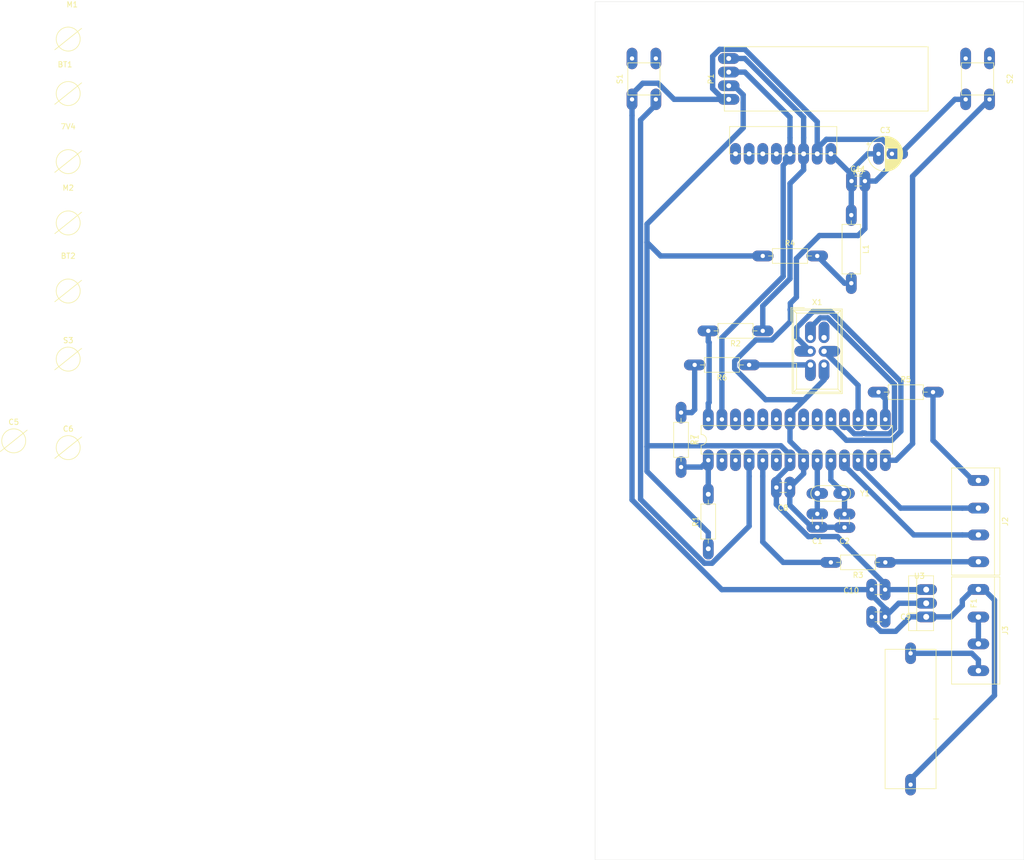
<source format=kicad_pcb>
(kicad_pcb (version 20171130) (host pcbnew "(5.1.2)-2")

  (general
    (thickness 1.6)
    (drawings 6)
    (tracks 213)
    (zones 0)
    (modules 34)
    (nets 38)
  )

  (page A4)
  (layers
    (0 F.Cu signal)
    (31 B.Cu signal)
    (32 B.Adhes user)
    (33 F.Adhes user)
    (34 B.Paste user)
    (35 F.Paste user)
    (36 B.SilkS user)
    (37 F.SilkS user)
    (38 B.Mask user)
    (39 F.Mask user)
    (40 Dwgs.User user)
    (41 Cmts.User user)
    (42 Eco1.User user)
    (43 Eco2.User user)
    (44 Edge.Cuts user)
    (45 Margin user)
    (46 B.CrtYd user)
    (47 F.CrtYd user)
    (48 B.Fab user)
    (49 F.Fab user)
  )

  (setup
    (last_trace_width 1)
    (user_trace_width 1)
    (trace_clearance 0.2)
    (zone_clearance 0.508)
    (zone_45_only no)
    (trace_min 0.2)
    (via_size 0.8)
    (via_drill 0.4)
    (via_min_size 0.4)
    (via_min_drill 0.3)
    (uvia_size 0.3)
    (uvia_drill 0.1)
    (uvias_allowed no)
    (uvia_min_size 0.2)
    (uvia_min_drill 0.1)
    (edge_width 0.05)
    (segment_width 0.2)
    (pcb_text_width 0.3)
    (pcb_text_size 1.5 1.5)
    (mod_edge_width 0.12)
    (mod_text_size 1 1)
    (mod_text_width 0.15)
    (pad_size 2 4)
    (pad_drill 1.1)
    (pad_to_mask_clearance 0.051)
    (solder_mask_min_width 0.25)
    (aux_axis_origin 0 0)
    (visible_elements 7FFFFFFF)
    (pcbplotparams
      (layerselection 0x010fc_ffffffff)
      (usegerberextensions false)
      (usegerberattributes false)
      (usegerberadvancedattributes false)
      (creategerberjobfile false)
      (excludeedgelayer true)
      (linewidth 0.100000)
      (plotframeref false)
      (viasonmask false)
      (mode 1)
      (useauxorigin false)
      (hpglpennumber 1)
      (hpglpenspeed 20)
      (hpglpendiameter 15.000000)
      (psnegative false)
      (psa4output false)
      (plotreference true)
      (plotvalue true)
      (plotinvisibletext false)
      (padsonsilk false)
      (subtractmaskfromsilk false)
      (outputformat 1)
      (mirror false)
      (drillshape 1)
      (scaleselection 1)
      (outputdirectory ""))
  )

  (net 0 "")
  (net 1 20Mhz_1)
  (net 2 GND)
  (net 3 20Mhz_2)
  (net 4 RESET)
  (net 5 D9-right_motor_backward)
  (net 6 "Net-(K1-Pad2)")
  (net 7 MOSI)
  (net 8 MISO)
  (net 9 D3-left_motor_forward)
  (net 10 SCK)
  (net 11 "Net-(K1-Pad6)")
  (net 12 "Net-(K1-Pad20)")
  (net 13 +5V)
  (net 14 "Net-(K1-Pad21)")
  (net 15 "Net-(K1-Pad23)")
  (net 16 "Net-(K1-Pad24)")
  (net 17 D5-left_motor_backward)
  (net 18 "Net-(K1-Pad25)")
  (net 19 D6-right_motor_forward)
  (net 20 "Net-(K1-Pad13)")
  (net 21 SDA)
  (net 22 SCL)
  (net 23 "Net-(C11-Pad1)")
  (net 24 "Net-(X1-Pad2)")
  (net 25 D2-button_RESET)
  (net 26 D1-button_SET)
  (net 27 "Net-(K1-Pad26)")
  (net 28 +7V4_500mA)
  (net 29 "Net-(F1-Pad2)")
  (net 30 "Net-(J2-Pad8)")
  (net 31 "Net-(J3-Pad6)")
  (net 32 "Net-(K1-Pad3)")
  (net 33 "Net-(K1-Pad16)")
  (net 34 "Net-(L1-Pad2)")
  (net 35 "Net-(J2-Pad5)")
  (net 36 "Net-(R6-Pad1)")
  (net 37 "Net-(R6-Pad2)")

  (net_class Default "Ceci est la Netclass par défaut."
    (clearance 0.2)
    (trace_width 0.25)
    (via_dia 0.8)
    (via_drill 0.4)
    (uvia_dia 0.3)
    (uvia_drill 0.1)
    (add_net +5V)
    (add_net +7V4_500mA)
    (add_net 20Mhz_1)
    (add_net 20Mhz_2)
    (add_net D1-button_SET)
    (add_net D2-button_RESET)
    (add_net D3-left_motor_forward)
    (add_net D5-left_motor_backward)
    (add_net D6-right_motor_forward)
    (add_net D9-right_motor_backward)
    (add_net GND)
    (add_net MISO)
    (add_net MOSI)
    (add_net "Net-(C11-Pad1)")
    (add_net "Net-(F1-Pad2)")
    (add_net "Net-(J2-Pad5)")
    (add_net "Net-(J2-Pad8)")
    (add_net "Net-(J3-Pad6)")
    (add_net "Net-(K1-Pad13)")
    (add_net "Net-(K1-Pad16)")
    (add_net "Net-(K1-Pad2)")
    (add_net "Net-(K1-Pad20)")
    (add_net "Net-(K1-Pad21)")
    (add_net "Net-(K1-Pad23)")
    (add_net "Net-(K1-Pad24)")
    (add_net "Net-(K1-Pad25)")
    (add_net "Net-(K1-Pad26)")
    (add_net "Net-(K1-Pad3)")
    (add_net "Net-(K1-Pad6)")
    (add_net "Net-(L1-Pad2)")
    (add_net "Net-(R6-Pad1)")
    (add_net "Net-(R6-Pad2)")
    (add_net "Net-(X1-Pad2)")
    (add_net RESET)
    (add_net SCK)
    (add_net SCL)
    (add_net SDA)
  )

  (module robot_self_balancing:TGL_R (layer F.Cu) (tedit 607EC664) (tstamp 6082B8E5)
    (at 66.04 101.6 270)
    (descr "Resistor, Axial_DIN0207 series, Axial, Horizontal, pin pitch=10.16mm, 0.25W = 1/4W, length*diameter=6.3*2.5mm^2, http://cdn-reichelt.de/documents/datenblatt/B400/1_4W%23YAG.pdf")
    (tags "Resistor Axial_DIN0207 series Axial Horizontal pin pitch 10.16mm 0.25W = 1/4W length 6.3mm diameter 2.5mm")
    (path /608774CC)
    (fp_text reference R7 (at 5.08 -2.37 90) (layer F.SilkS)
      (effects (font (size 1 1) (thickness 0.15)))
    )
    (fp_text value 0_Ohms (at 5.08 2.37 90) (layer F.Fab)
      (effects (font (size 1 1) (thickness 0.15)))
    )
    (fp_text user %R (at 5.08 0 90) (layer F.Fab)
      (effects (font (size 1 1) (thickness 0.15)))
    )
    (fp_line (start 11.21 -1.5) (end -1.05 -1.5) (layer F.CrtYd) (width 0.05))
    (fp_line (start 11.21 1.5) (end 11.21 -1.5) (layer F.CrtYd) (width 0.05))
    (fp_line (start -1.05 1.5) (end 11.21 1.5) (layer F.CrtYd) (width 0.05))
    (fp_line (start -1.05 -1.5) (end -1.05 1.5) (layer F.CrtYd) (width 0.05))
    (fp_line (start 9.12 0) (end 8.35 0) (layer F.SilkS) (width 0.12))
    (fp_line (start 1.04 0) (end 1.81 0) (layer F.SilkS) (width 0.12))
    (fp_line (start 8.35 -1.37) (end 1.81 -1.37) (layer F.SilkS) (width 0.12))
    (fp_line (start 8.35 1.37) (end 8.35 -1.37) (layer F.SilkS) (width 0.12))
    (fp_line (start 1.81 1.37) (end 8.35 1.37) (layer F.SilkS) (width 0.12))
    (fp_line (start 1.81 -1.37) (end 1.81 1.37) (layer F.SilkS) (width 0.12))
    (fp_line (start 10.16 0) (end 8.23 0) (layer F.Fab) (width 0.1))
    (fp_line (start 0 0) (end 1.93 0) (layer F.Fab) (width 0.1))
    (fp_line (start 8.23 -1.25) (end 1.93 -1.25) (layer F.Fab) (width 0.1))
    (fp_line (start 8.23 1.25) (end 8.23 -1.25) (layer F.Fab) (width 0.1))
    (fp_line (start 1.93 1.25) (end 8.23 1.25) (layer F.Fab) (width 0.1))
    (fp_line (start 1.93 -1.25) (end 1.93 1.25) (layer F.Fab) (width 0.1))
    (pad 2 thru_hole oval (at 10.16 0 270) (size 4 2) (drill 0.8) (layers *.Cu *.Mask)
      (net 4 RESET))
    (pad 1 thru_hole oval (at 0 0 270) (size 4 2) (drill 0.8) (layers *.Cu *.Mask)
      (net 37 "Net-(R6-Pad2)"))
    (model ${KISYS3DMOD}/Resistor_THT.3dshapes/R_Axial_DIN0207_L6.3mm_D2.5mm_P10.16mm_Horizontal.wrl
      (at (xyz 0 0 0))
      (scale (xyz 1 1 1))
      (rotate (xyz 0 0 0))
    )
  )

  (module robot_self_balancing:TGL_R (layer F.Cu) (tedit 607EC664) (tstamp 6082A41D)
    (at 78.74 92.71 180)
    (descr "Resistor, Axial_DIN0207 series, Axial, Horizontal, pin pitch=10.16mm, 0.25W = 1/4W, length*diameter=6.3*2.5mm^2, http://cdn-reichelt.de/documents/datenblatt/B400/1_4W%23YAG.pdf")
    (tags "Resistor Axial_DIN0207 series Axial Horizontal pin pitch 10.16mm 0.25W = 1/4W length 6.3mm diameter 2.5mm")
    (path /6086C694)
    (fp_text reference R6 (at 5.08 -2.37) (layer F.SilkS)
      (effects (font (size 1 1) (thickness 0.15)))
    )
    (fp_text value 0_Ohms (at 5.08 2.37) (layer F.Fab)
      (effects (font (size 1 1) (thickness 0.15)))
    )
    (fp_text user %R (at 5.08 0) (layer F.Fab)
      (effects (font (size 1 1) (thickness 0.15)))
    )
    (fp_line (start 11.21 -1.5) (end -1.05 -1.5) (layer F.CrtYd) (width 0.05))
    (fp_line (start 11.21 1.5) (end 11.21 -1.5) (layer F.CrtYd) (width 0.05))
    (fp_line (start -1.05 1.5) (end 11.21 1.5) (layer F.CrtYd) (width 0.05))
    (fp_line (start -1.05 -1.5) (end -1.05 1.5) (layer F.CrtYd) (width 0.05))
    (fp_line (start 9.12 0) (end 8.35 0) (layer F.SilkS) (width 0.12))
    (fp_line (start 1.04 0) (end 1.81 0) (layer F.SilkS) (width 0.12))
    (fp_line (start 8.35 -1.37) (end 1.81 -1.37) (layer F.SilkS) (width 0.12))
    (fp_line (start 8.35 1.37) (end 8.35 -1.37) (layer F.SilkS) (width 0.12))
    (fp_line (start 1.81 1.37) (end 8.35 1.37) (layer F.SilkS) (width 0.12))
    (fp_line (start 1.81 -1.37) (end 1.81 1.37) (layer F.SilkS) (width 0.12))
    (fp_line (start 10.16 0) (end 8.23 0) (layer F.Fab) (width 0.1))
    (fp_line (start 0 0) (end 1.93 0) (layer F.Fab) (width 0.1))
    (fp_line (start 8.23 -1.25) (end 1.93 -1.25) (layer F.Fab) (width 0.1))
    (fp_line (start 8.23 1.25) (end 8.23 -1.25) (layer F.Fab) (width 0.1))
    (fp_line (start 1.93 1.25) (end 8.23 1.25) (layer F.Fab) (width 0.1))
    (fp_line (start 1.93 -1.25) (end 1.93 1.25) (layer F.Fab) (width 0.1))
    (pad 2 thru_hole oval (at 10.16 0 180) (size 4 2) (drill 0.8) (layers *.Cu *.Mask)
      (net 37 "Net-(R6-Pad2)"))
    (pad 1 thru_hole oval (at 0 0 180) (size 4 2) (drill 0.8) (layers *.Cu *.Mask)
      (net 36 "Net-(R6-Pad1)"))
    (model ${KISYS3DMOD}/Resistor_THT.3dshapes/R_Axial_DIN0207_L6.3mm_D2.5mm_P10.16mm_Horizontal.wrl
      (at (xyz 0 0 0))
      (scale (xyz 1 1 1))
      (rotate (xyz 0 0 0))
    )
  )

  (module robot_self_balancing:TGL_R (layer F.Cu) (tedit 607EC664) (tstamp 60829A13)
    (at 102.87 97.79)
    (descr "Resistor, Axial_DIN0207 series, Axial, Horizontal, pin pitch=10.16mm, 0.25W = 1/4W, length*diameter=6.3*2.5mm^2, http://cdn-reichelt.de/documents/datenblatt/B400/1_4W%23YAG.pdf")
    (tags "Resistor Axial_DIN0207 series Axial Horizontal pin pitch 10.16mm 0.25W = 1/4W length 6.3mm diameter 2.5mm")
    (path /6086802F)
    (fp_text reference R5 (at 5.08 -2.37) (layer F.SilkS)
      (effects (font (size 1 1) (thickness 0.15)))
    )
    (fp_text value 0_Ohms (at 5.08 2.37) (layer F.Fab)
      (effects (font (size 1 1) (thickness 0.15)))
    )
    (fp_text user %R (at 5.08 0) (layer F.Fab)
      (effects (font (size 1 1) (thickness 0.15)))
    )
    (fp_line (start 11.21 -1.5) (end -1.05 -1.5) (layer F.CrtYd) (width 0.05))
    (fp_line (start 11.21 1.5) (end 11.21 -1.5) (layer F.CrtYd) (width 0.05))
    (fp_line (start -1.05 1.5) (end 11.21 1.5) (layer F.CrtYd) (width 0.05))
    (fp_line (start -1.05 -1.5) (end -1.05 1.5) (layer F.CrtYd) (width 0.05))
    (fp_line (start 9.12 0) (end 8.35 0) (layer F.SilkS) (width 0.12))
    (fp_line (start 1.04 0) (end 1.81 0) (layer F.SilkS) (width 0.12))
    (fp_line (start 8.35 -1.37) (end 1.81 -1.37) (layer F.SilkS) (width 0.12))
    (fp_line (start 8.35 1.37) (end 8.35 -1.37) (layer F.SilkS) (width 0.12))
    (fp_line (start 1.81 1.37) (end 8.35 1.37) (layer F.SilkS) (width 0.12))
    (fp_line (start 1.81 -1.37) (end 1.81 1.37) (layer F.SilkS) (width 0.12))
    (fp_line (start 10.16 0) (end 8.23 0) (layer F.Fab) (width 0.1))
    (fp_line (start 0 0) (end 1.93 0) (layer F.Fab) (width 0.1))
    (fp_line (start 8.23 -1.25) (end 1.93 -1.25) (layer F.Fab) (width 0.1))
    (fp_line (start 8.23 1.25) (end 8.23 -1.25) (layer F.Fab) (width 0.1))
    (fp_line (start 1.93 1.25) (end 8.23 1.25) (layer F.Fab) (width 0.1))
    (fp_line (start 1.93 -1.25) (end 1.93 1.25) (layer F.Fab) (width 0.1))
    (pad 2 thru_hole oval (at 10.16 0) (size 4 2) (drill 0.8) (layers *.Cu *.Mask)
      (net 35 "Net-(J2-Pad5)"))
    (pad 1 thru_hole oval (at 0 0) (size 4 2) (drill 0.8) (layers *.Cu *.Mask)
      (net 5 D9-right_motor_backward))
    (model ${KISYS3DMOD}/Resistor_THT.3dshapes/R_Axial_DIN0207_L6.3mm_D2.5mm_P10.16mm_Horizontal.wrl
      (at (xyz 0 0 0))
      (scale (xyz 1 1 1))
      (rotate (xyz 0 0 0))
    )
  )

  (module robot_self_balancing:TGL_R (layer F.Cu) (tedit 607EC664) (tstamp 6082878E)
    (at 81.28 72.39)
    (descr "Resistor, Axial_DIN0207 series, Axial, Horizontal, pin pitch=10.16mm, 0.25W = 1/4W, length*diameter=6.3*2.5mm^2, http://cdn-reichelt.de/documents/datenblatt/B400/1_4W%23YAG.pdf")
    (tags "Resistor Axial_DIN0207 series Axial Horizontal pin pitch 10.16mm 0.25W = 1/4W length 6.3mm diameter 2.5mm")
    (path /6085895F)
    (fp_text reference R4 (at 5.08 -2.37) (layer F.SilkS)
      (effects (font (size 1 1) (thickness 0.15)))
    )
    (fp_text value 0_Ohms (at 5.08 2.37) (layer F.Fab)
      (effects (font (size 1 1) (thickness 0.15)))
    )
    (fp_text user %R (at 5.08 0) (layer F.Fab)
      (effects (font (size 1 1) (thickness 0.15)))
    )
    (fp_line (start 11.21 -1.5) (end -1.05 -1.5) (layer F.CrtYd) (width 0.05))
    (fp_line (start 11.21 1.5) (end 11.21 -1.5) (layer F.CrtYd) (width 0.05))
    (fp_line (start -1.05 1.5) (end 11.21 1.5) (layer F.CrtYd) (width 0.05))
    (fp_line (start -1.05 -1.5) (end -1.05 1.5) (layer F.CrtYd) (width 0.05))
    (fp_line (start 9.12 0) (end 8.35 0) (layer F.SilkS) (width 0.12))
    (fp_line (start 1.04 0) (end 1.81 0) (layer F.SilkS) (width 0.12))
    (fp_line (start 8.35 -1.37) (end 1.81 -1.37) (layer F.SilkS) (width 0.12))
    (fp_line (start 8.35 1.37) (end 8.35 -1.37) (layer F.SilkS) (width 0.12))
    (fp_line (start 1.81 1.37) (end 8.35 1.37) (layer F.SilkS) (width 0.12))
    (fp_line (start 1.81 -1.37) (end 1.81 1.37) (layer F.SilkS) (width 0.12))
    (fp_line (start 10.16 0) (end 8.23 0) (layer F.Fab) (width 0.1))
    (fp_line (start 0 0) (end 1.93 0) (layer F.Fab) (width 0.1))
    (fp_line (start 8.23 -1.25) (end 1.93 -1.25) (layer F.Fab) (width 0.1))
    (fp_line (start 8.23 1.25) (end 8.23 -1.25) (layer F.Fab) (width 0.1))
    (fp_line (start 1.93 1.25) (end 8.23 1.25) (layer F.Fab) (width 0.1))
    (fp_line (start 1.93 -1.25) (end 1.93 1.25) (layer F.Fab) (width 0.1))
    (pad 2 thru_hole oval (at 10.16 0) (size 4 2) (drill 0.8) (layers *.Cu *.Mask)
      (net 34 "Net-(L1-Pad2)"))
    (pad 1 thru_hole oval (at 0 0) (size 4 2) (drill 0.8) (layers *.Cu *.Mask)
      (net 13 +5V))
    (model ${KISYS3DMOD}/Resistor_THT.3dshapes/R_Axial_DIN0207_L6.3mm_D2.5mm_P10.16mm_Horizontal.wrl
      (at (xyz 0 0 0))
      (scale (xyz 1 1 1))
      (rotate (xyz 0 0 0))
    )
  )

  (module robot_self_balancing:TGL_R (layer F.Cu) (tedit 607EC664) (tstamp 60826863)
    (at 104.14 129.54 180)
    (descr "Resistor, Axial_DIN0207 series, Axial, Horizontal, pin pitch=10.16mm, 0.25W = 1/4W, length*diameter=6.3*2.5mm^2, http://cdn-reichelt.de/documents/datenblatt/B400/1_4W%23YAG.pdf")
    (tags "Resistor Axial_DIN0207 series Axial Horizontal pin pitch 10.16mm 0.25W = 1/4W length 6.3mm diameter 2.5mm")
    (path /609ABF0D)
    (fp_text reference R3 (at 5.08 -2.37) (layer F.SilkS)
      (effects (font (size 1 1) (thickness 0.15)))
    )
    (fp_text value 0_Ohms (at 5.08 2.37) (layer F.Fab)
      (effects (font (size 1 1) (thickness 0.15)))
    )
    (fp_text user %R (at 5.08 0) (layer F.Fab)
      (effects (font (size 1 1) (thickness 0.15)))
    )
    (fp_line (start 11.21 -1.5) (end -1.05 -1.5) (layer F.CrtYd) (width 0.05))
    (fp_line (start 11.21 1.5) (end 11.21 -1.5) (layer F.CrtYd) (width 0.05))
    (fp_line (start -1.05 1.5) (end 11.21 1.5) (layer F.CrtYd) (width 0.05))
    (fp_line (start -1.05 -1.5) (end -1.05 1.5) (layer F.CrtYd) (width 0.05))
    (fp_line (start 9.12 0) (end 8.35 0) (layer F.SilkS) (width 0.12))
    (fp_line (start 1.04 0) (end 1.81 0) (layer F.SilkS) (width 0.12))
    (fp_line (start 8.35 -1.37) (end 1.81 -1.37) (layer F.SilkS) (width 0.12))
    (fp_line (start 8.35 1.37) (end 8.35 -1.37) (layer F.SilkS) (width 0.12))
    (fp_line (start 1.81 1.37) (end 8.35 1.37) (layer F.SilkS) (width 0.12))
    (fp_line (start 1.81 -1.37) (end 1.81 1.37) (layer F.SilkS) (width 0.12))
    (fp_line (start 10.16 0) (end 8.23 0) (layer F.Fab) (width 0.1))
    (fp_line (start 0 0) (end 1.93 0) (layer F.Fab) (width 0.1))
    (fp_line (start 8.23 -1.25) (end 1.93 -1.25) (layer F.Fab) (width 0.1))
    (fp_line (start 8.23 1.25) (end 8.23 -1.25) (layer F.Fab) (width 0.1))
    (fp_line (start 1.93 1.25) (end 8.23 1.25) (layer F.Fab) (width 0.1))
    (fp_line (start 1.93 -1.25) (end 1.93 1.25) (layer F.Fab) (width 0.1))
    (pad 2 thru_hole oval (at 10.16 0 180) (size 4 2) (drill 0.8) (layers *.Cu *.Mask)
      (net 9 D3-left_motor_forward))
    (pad 1 thru_hole oval (at 0 0 180) (size 4 2) (drill 0.8) (layers *.Cu *.Mask)
      (net 30 "Net-(J2-Pad8)"))
    (model ${KISYS3DMOD}/Resistor_THT.3dshapes/R_Axial_DIN0207_L6.3mm_D2.5mm_P10.16mm_Horizontal.wrl
      (at (xyz 0 0 0))
      (scale (xyz 1 1 1))
      (rotate (xyz 0 0 0))
    )
  )

  (module robot_self_balancing:TGL_R (layer F.Cu) (tedit 607EC664) (tstamp 60825F0D)
    (at 81.28 86.36 180)
    (descr "Resistor, Axial_DIN0207 series, Axial, Horizontal, pin pitch=10.16mm, 0.25W = 1/4W, length*diameter=6.3*2.5mm^2, http://cdn-reichelt.de/documents/datenblatt/B400/1_4W%23YAG.pdf")
    (tags "Resistor Axial_DIN0207 series Axial Horizontal pin pitch 10.16mm 0.25W = 1/4W length 6.3mm diameter 2.5mm")
    (path /609A442D)
    (fp_text reference R2 (at 5.08 -2.37) (layer F.SilkS)
      (effects (font (size 1 1) (thickness 0.15)))
    )
    (fp_text value 0_Ohms (at 5.08 2.37) (layer F.Fab)
      (effects (font (size 1 1) (thickness 0.15)))
    )
    (fp_text user %R (at 5.08 0) (layer F.Fab)
      (effects (font (size 1 1) (thickness 0.15)))
    )
    (fp_line (start 11.21 -1.5) (end -1.05 -1.5) (layer F.CrtYd) (width 0.05))
    (fp_line (start 11.21 1.5) (end 11.21 -1.5) (layer F.CrtYd) (width 0.05))
    (fp_line (start -1.05 1.5) (end 11.21 1.5) (layer F.CrtYd) (width 0.05))
    (fp_line (start -1.05 -1.5) (end -1.05 1.5) (layer F.CrtYd) (width 0.05))
    (fp_line (start 9.12 0) (end 8.35 0) (layer F.SilkS) (width 0.12))
    (fp_line (start 1.04 0) (end 1.81 0) (layer F.SilkS) (width 0.12))
    (fp_line (start 8.35 -1.37) (end 1.81 -1.37) (layer F.SilkS) (width 0.12))
    (fp_line (start 8.35 1.37) (end 8.35 -1.37) (layer F.SilkS) (width 0.12))
    (fp_line (start 1.81 1.37) (end 8.35 1.37) (layer F.SilkS) (width 0.12))
    (fp_line (start 1.81 -1.37) (end 1.81 1.37) (layer F.SilkS) (width 0.12))
    (fp_line (start 10.16 0) (end 8.23 0) (layer F.Fab) (width 0.1))
    (fp_line (start 0 0) (end 1.93 0) (layer F.Fab) (width 0.1))
    (fp_line (start 8.23 -1.25) (end 1.93 -1.25) (layer F.Fab) (width 0.1))
    (fp_line (start 8.23 1.25) (end 8.23 -1.25) (layer F.Fab) (width 0.1))
    (fp_line (start 1.93 1.25) (end 8.23 1.25) (layer F.Fab) (width 0.1))
    (fp_line (start 1.93 -1.25) (end 1.93 1.25) (layer F.Fab) (width 0.1))
    (pad 2 thru_hole oval (at 10.16 0 180) (size 4 2) (drill 0.8) (layers *.Cu *.Mask)
      (net 22 SCL))
    (pad 1 thru_hole oval (at 0 0 180) (size 4 2) (drill 0.8) (layers *.Cu *.Mask)
      (net 22 SCL))
    (model ${KISYS3DMOD}/Resistor_THT.3dshapes/R_Axial_DIN0207_L6.3mm_D2.5mm_P10.16mm_Horizontal.wrl
      (at (xyz 0 0 0))
      (scale (xyz 1 1 1))
      (rotate (xyz 0 0 0))
    )
  )

  (module robot_self_balancing:TGL-Bornier4Pins_mm (layer F.Cu) (tedit 60817A5F) (tstamp 6081F49E)
    (at 127 121.92 270)
    (path /6090C2E3)
    (fp_text reference J2 (at 0 0.5 90) (layer F.SilkS)
      (effects (font (size 1 1) (thickness 0.15)))
    )
    (fp_text value "Motor commands" (at 0 -0.5 90) (layer F.Fab)
      (effects (font (size 1 1) (thickness 0.15)))
    )
    (fp_line (start -10 2.5) (end 10 2.5) (layer F.SilkS) (width 0.12))
    (fp_line (start 10 1.5) (end -10 1.5) (layer F.SilkS) (width 0.12))
    (fp_line (start 10 10.5) (end 10 1.5) (layer F.SilkS) (width 0.12))
    (fp_line (start -10 10.5) (end 10 10.5) (layer F.SilkS) (width 0.12))
    (fp_line (start -10 1.5) (end -10 10.5) (layer F.SilkS) (width 0.12))
    (pad 5 thru_hole oval (at -7.66 5.5 270) (size 2 4) (drill 1) (layers *.Cu *.Mask)
      (net 35 "Net-(J2-Pad5)"))
    (pad 8 thru_hole oval (at 7.5 5.5 90) (size 2 4) (drill 1) (layers *.Cu *.Mask)
      (net 30 "Net-(J2-Pad8)"))
    (pad 7 thru_hole oval (at 2.5 5.5 270) (size 2 4) (drill 1) (layers *.Cu *.Mask)
      (net 17 D5-left_motor_backward))
    (pad 6 thru_hole oval (at -2.5 5.5 270) (size 2 4) (drill 1) (layers *.Cu *.Mask)
      (net 19 D6-right_motor_forward))
  )

  (module robot_self_balancing:TGL-MPU_6050-perpendiculaire (layer F.Cu) (tedit 608176A8) (tstamp 608220BE)
    (at 85.09 57.15 180)
    (path /607F14C0)
    (fp_text reference K3 (at -13.97 0.5) (layer F.SilkS)
      (effects (font (size 1 1) (thickness 0.15)))
    )
    (fp_text value MPU-6050 (at -16.51 -1.27) (layer F.Fab)
      (effects (font (size 1 1) (thickness 0.15)))
    )
    (fp_line (start -10 8.89) (end -10 3.81) (layer F.SilkS) (width 0.12))
    (fp_line (start 10 8.89) (end -10 8.89) (layer F.SilkS) (width 0.12))
    (fp_line (start 10 3.81) (end 10 8.89) (layer F.SilkS) (width 0.12))
    (fp_line (start -10 3.81) (end 10 3.81) (layer F.SilkS) (width 0.12))
    (pad 13 thru_hole oval (at -8.89 3.81 180) (size 2 4) (drill 0.9) (layers *.Cu *.Mask)
      (net 23 "Net-(C11-Pad1)"))
    (pad 18 thru_hole oval (at -6.35 3.81 180) (size 2 4) (drill 0.9) (layers *.Cu *.Mask)
      (net 2 GND))
    (pad "" thru_hole oval (at 8.89 3.81 180) (size 2 4) (drill 0.9) (layers *.Cu *.Mask))
    (pad "" thru_hole oval (at 6.35 3.81 180) (size 2 4) (drill 0.9) (layers *.Cu *.Mask))
    (pad "" thru_hole oval (at 3.81 3.81 180) (size 2 4) (drill 0.9) (layers *.Cu *.Mask))
    (pad "" thru_hole oval (at 1.27 3.81 180) (size 2 4) (drill 0.9) (layers *.Cu *.Mask))
    (pad 24 thru_hole oval (at -1.27 3.81 180) (size 2 4) (drill 0.9) (layers *.Cu *.Mask)
      (net 21 SDA))
    (pad 23 thru_hole oval (at -3.81 3.81 180) (size 2 4) (drill 0.9) (layers *.Cu *.Mask)
      (net 22 SCL))
  )

  (module robot_self_balancing:TGL-Push_Button (layer F.Cu) (tedit 60813E59) (tstamp 60820005)
    (at 54.61 39.37 90)
    (path /607F31F0)
    (fp_text reference S1 (at 0 0 90) (layer F.SilkS)
      (effects (font (size 1 1) (thickness 0.15)))
    )
    (fp_text value Reset (at 0 8.89 90) (layer F.Fab)
      (effects (font (size 1 1) (thickness 0.15)))
    )
    (fp_line (start 3 7.5) (end 3 1.5) (layer F.SilkS) (width 0.12))
    (fp_line (start -3 1.5) (end 3 1.5) (layer F.SilkS) (width 0.12))
    (fp_line (start -3 7.5) (end 3 7.5) (layer F.SilkS) (width 0.12))
    (fp_line (start -3 1.5) (end -3 7.5) (layer F.SilkS) (width 0.12))
    (pad 4 thru_hole oval (at 3.81 6.731 90) (size 4 2) (drill 0.8) (layers *.Cu *.Mask))
    (pad 3 thru_hole oval (at 3.81 2.286 90) (size 4 2) (drill 0.8) (layers *.Cu *.Mask))
    (pad 2 thru_hole oval (at -3.81 6.731 90) (size 4 2) (drill 0.8) (layers *.Cu *.Mask)
      (net 25 D2-button_RESET))
    (pad 1 thru_hole oval (at -3.81 2.286 90) (size 4 2) (drill 0.8) (layers *.Cu *.Mask)
      (net 2 GND))
  )

  (module robot_self_balancing:TGL-C_12pF (layer F.Cu) (tedit 608123D2) (tstamp 60820907)
    (at 104.1 134.62 180)
    (descr "C, Disc series, Radial, pin pitch=2.50mm, , diameter*width=3.0*1.6mm^2, Capacitor, http://www.vishay.com/docs/45233/krseries.pdf")
    (tags "C Disc series Radial pin pitch 2.50mm  diameter 3.0mm width 1.6mm Capacitor")
    (path /607FFB85)
    (fp_text reference C10 (at 6.32 -0.16) (layer F.SilkS)
      (effects (font (size 1 1) (thickness 0.15)))
    )
    (fp_text value 100nF (at 11.4 -0.16) (layer F.Fab)
      (effects (font (size 1 1) (thickness 0.15)))
    )
    (fp_text user %R (at 1.25 0) (layer F.Fab)
      (effects (font (size 0.6 0.6) (thickness 0.09)))
    )
    (fp_line (start 3.55 -1.05) (end -1.05 -1.05) (layer F.CrtYd) (width 0.05))
    (fp_line (start 3.55 1.05) (end 3.55 -1.05) (layer F.CrtYd) (width 0.05))
    (fp_line (start -1.05 1.05) (end 3.55 1.05) (layer F.CrtYd) (width 0.05))
    (fp_line (start -1.05 -1.05) (end -1.05 1.05) (layer F.CrtYd) (width 0.05))
    (fp_line (start 0.621 0.92) (end 1.879 0.92) (layer F.SilkS) (width 0.12))
    (fp_line (start 0.621 -0.92) (end 1.879 -0.92) (layer F.SilkS) (width 0.12))
    (fp_line (start 2.75 -0.8) (end -0.25 -0.8) (layer F.Fab) (width 0.1))
    (fp_line (start 2.75 0.8) (end 2.75 -0.8) (layer F.Fab) (width 0.1))
    (fp_line (start -0.25 0.8) (end 2.75 0.8) (layer F.Fab) (width 0.1))
    (fp_line (start -0.25 -0.8) (end -0.25 0.8) (layer F.Fab) (width 0.1))
    (pad 2 thru_hole oval (at 2.5 0 180) (size 2 4) (drill 0.8) (layers *.Cu *.Mask)
      (net 2 GND))
    (pad 1 thru_hole oval (at 0 0 180) (size 2 4) (drill 0.8) (layers *.Cu *.Mask)
      (net 13 +5V))
    (model ${KISYS3DMOD}/Capacitor_THT.3dshapes/C_Disc_D3.0mm_W1.6mm_P2.50mm.wrl
      (at (xyz 0 0 0))
      (scale (xyz 1 1 1))
      (rotate (xyz 0 0 0))
    )
  )

  (module robot_self_balancing:TGL-C_12pF (layer F.Cu) (tedit 608123D2) (tstamp 608205D3)
    (at 104.1 139.7 180)
    (descr "C, Disc series, Radial, pin pitch=2.50mm, , diameter*width=3.0*1.6mm^2, Capacitor, http://www.vishay.com/docs/45233/krseries.pdf")
    (tags "C Disc series Radial pin pitch 2.50mm  diameter 3.0mm width 1.6mm Capacitor")
    (path /607FEC3B)
    (fp_text reference C9 (at -3.81 0) (layer F.SilkS)
      (effects (font (size 1 1) (thickness 0.15)))
    )
    (fp_text value 100nF (at -8.89 0) (layer F.Fab)
      (effects (font (size 1 1) (thickness 0.15)))
    )
    (fp_text user %R (at 1.25 0) (layer F.Fab)
      (effects (font (size 0.6 0.6) (thickness 0.09)))
    )
    (fp_line (start 3.55 -1.05) (end -1.05 -1.05) (layer F.CrtYd) (width 0.05))
    (fp_line (start 3.55 1.05) (end 3.55 -1.05) (layer F.CrtYd) (width 0.05))
    (fp_line (start -1.05 1.05) (end 3.55 1.05) (layer F.CrtYd) (width 0.05))
    (fp_line (start -1.05 -1.05) (end -1.05 1.05) (layer F.CrtYd) (width 0.05))
    (fp_line (start 0.621 0.92) (end 1.879 0.92) (layer F.SilkS) (width 0.12))
    (fp_line (start 0.621 -0.92) (end 1.879 -0.92) (layer F.SilkS) (width 0.12))
    (fp_line (start 2.75 -0.8) (end -0.25 -0.8) (layer F.Fab) (width 0.1))
    (fp_line (start 2.75 0.8) (end 2.75 -0.8) (layer F.Fab) (width 0.1))
    (fp_line (start -0.25 0.8) (end 2.75 0.8) (layer F.Fab) (width 0.1))
    (fp_line (start -0.25 -0.8) (end -0.25 0.8) (layer F.Fab) (width 0.1))
    (pad 2 thru_hole oval (at 2.5 0 180) (size 2 4) (drill 0.8) (layers *.Cu *.Mask)
      (net 28 +7V4_500mA))
    (pad 1 thru_hole oval (at 0 0 180) (size 2 4) (drill 0.8) (layers *.Cu *.Mask)
      (net 2 GND))
    (model ${KISYS3DMOD}/Capacitor_THT.3dshapes/C_Disc_D3.0mm_W1.6mm_P2.50mm.wrl
      (at (xyz 0 0 0))
      (scale (xyz 1 1 1))
      (rotate (xyz 0 0 0))
    )
  )

  (module robot_self_balancing:TGL-C_12pF (layer F.Cu) (tedit 608123D2) (tstamp 60820892)
    (at 86.32 115.57 180)
    (descr "C, Disc series, Radial, pin pitch=2.50mm, , diameter*width=3.0*1.6mm^2, Capacitor, http://www.vishay.com/docs/45233/krseries.pdf")
    (tags "C Disc series Radial pin pitch 2.50mm  diameter 3.0mm width 1.6mm Capacitor")
    (path /6083C484)
    (fp_text reference C8 (at 1.27 -3.81) (layer F.SilkS)
      (effects (font (size 1 1) (thickness 0.15)))
    )
    (fp_text value "100 nF" (at 1.23 3.81) (layer F.Fab)
      (effects (font (size 1 1) (thickness 0.15)))
    )
    (fp_text user %R (at 1.25 0) (layer F.Fab)
      (effects (font (size 0.6 0.6) (thickness 0.09)))
    )
    (fp_line (start 3.55 -1.05) (end -1.05 -1.05) (layer F.CrtYd) (width 0.05))
    (fp_line (start 3.55 1.05) (end 3.55 -1.05) (layer F.CrtYd) (width 0.05))
    (fp_line (start -1.05 1.05) (end 3.55 1.05) (layer F.CrtYd) (width 0.05))
    (fp_line (start -1.05 -1.05) (end -1.05 1.05) (layer F.CrtYd) (width 0.05))
    (fp_line (start 0.621 0.92) (end 1.879 0.92) (layer F.SilkS) (width 0.12))
    (fp_line (start 0.621 -0.92) (end 1.879 -0.92) (layer F.SilkS) (width 0.12))
    (fp_line (start 2.75 -0.8) (end -0.25 -0.8) (layer F.Fab) (width 0.1))
    (fp_line (start 2.75 0.8) (end 2.75 -0.8) (layer F.Fab) (width 0.1))
    (fp_line (start -0.25 0.8) (end 2.75 0.8) (layer F.Fab) (width 0.1))
    (fp_line (start -0.25 -0.8) (end -0.25 0.8) (layer F.Fab) (width 0.1))
    (pad 2 thru_hole oval (at 2.5 0 180) (size 2 4) (drill 0.8) (layers *.Cu *.Mask)
      (net 13 +5V))
    (pad 1 thru_hole oval (at 0 0 180) (size 2 4) (drill 0.8) (layers *.Cu *.Mask)
      (net 2 GND))
    (model ${KISYS3DMOD}/Capacitor_THT.3dshapes/C_Disc_D3.0mm_W1.6mm_P2.50mm.wrl
      (at (xyz 0 0 0))
      (scale (xyz 1 1 1))
      (rotate (xyz 0 0 0))
    )
  )

  (module robot_self_balancing:TGL-NO_PRINT (layer F.Cu) (tedit 60811E96) (tstamp 608205B1)
    (at -48.26 104.14)
    (path /6080F4E8)
    (fp_text reference C6 (at 0 0.5) (layer F.SilkS)
      (effects (font (size 1 1) (thickness 0.15)))
    )
    (fp_text value "1 mF" (at 0 -0.5) (layer F.Fab)
      (effects (font (size 1 1) (thickness 0.15)))
    )
    (fp_line (start 2.5 2) (end -2.5 6) (layer F.SilkS) (width 0.12))
    (fp_circle (center 0 4) (end 1 2) (layer F.SilkS) (width 0.12))
  )

  (module robot_self_balancing:TGL-NO_PRINT (layer F.Cu) (tedit 60811E96) (tstamp 608205AB)
    (at -58.42 102.87)
    (path /6080D5A6)
    (fp_text reference C5 (at 0 0.5) (layer F.SilkS)
      (effects (font (size 1 1) (thickness 0.15)))
    )
    (fp_text value "1 mF" (at 0 -0.5) (layer F.Fab)
      (effects (font (size 1 1) (thickness 0.15)))
    )
    (fp_line (start 2.5 2) (end -2.5 6) (layer F.SilkS) (width 0.12))
    (fp_circle (center 0 4) (end 1 2) (layer F.SilkS) (width 0.12))
  )

  (module robot_self_balancing:TGL-Push_Button (layer F.Cu) (tedit 60813E59) (tstamp 6081B7A1)
    (at 116.84 39.37 90)
    (path /607F39F7)
    (fp_text reference S2 (at 0 10.541 90) (layer F.SilkS)
      (effects (font (size 1 1) (thickness 0.15)))
    )
    (fp_text value Set (at 0 -0.5 90) (layer F.Fab)
      (effects (font (size 1 1) (thickness 0.15)))
    )
    (fp_line (start 3 7.5) (end 3 1.5) (layer F.SilkS) (width 0.12))
    (fp_line (start -3 1.5) (end 3 1.5) (layer F.SilkS) (width 0.12))
    (fp_line (start -3 7.5) (end 3 7.5) (layer F.SilkS) (width 0.12))
    (fp_line (start -3 1.5) (end -3 7.5) (layer F.SilkS) (width 0.12))
    (pad 4 thru_hole oval (at 3.81 6.731 90) (size 4 2) (drill 0.8) (layers *.Cu *.Mask))
    (pad 3 thru_hole oval (at 3.81 2.286 90) (size 4 2) (drill 0.8) (layers *.Cu *.Mask))
    (pad 2 thru_hole oval (at -3.81 6.731 90) (size 4 2) (drill 0.8) (layers *.Cu *.Mask)
      (net 26 D1-button_SET))
    (pad 1 thru_hole oval (at -3.81 2.286 90) (size 4 2) (drill 0.8) (layers *.Cu *.Mask)
      (net 2 GND))
  )

  (module robot_self_balancing:TGL-Bornier4Pins_mm (layer F.Cu) (tedit 60816853) (tstamp 6081F4AB)
    (at 127 142.24 270)
    (path /608AA5D7)
    (fp_text reference J3 (at 0 0.5 90) (layer F.SilkS)
      (effects (font (size 1 1) (thickness 0.15)))
    )
    (fp_text value "Power bornier" (at 0 -0.5 90) (layer F.Fab)
      (effects (font (size 1 1) (thickness 0.15)))
    )
    (fp_line (start -10 2.5) (end 10 2.5) (layer F.SilkS) (width 0.12))
    (fp_line (start 10 1.5) (end -10 1.5) (layer F.SilkS) (width 0.12))
    (fp_line (start 10 10.5) (end 10 1.5) (layer F.SilkS) (width 0.12))
    (fp_line (start -10 10.5) (end 10 10.5) (layer F.SilkS) (width 0.12))
    (fp_line (start -10 1.5) (end -10 10.5) (layer F.SilkS) (width 0.12))
    (pad 8 thru_hole oval (at -7.66 5.5 270) (size 2 4) (drill 1) (layers *.Cu *.Mask)
      (net 28 +7V4_500mA))
    (pad 5 thru_hole oval (at 7.5 5.5 90) (size 2 4) (drill 1) (layers *.Cu *.Mask)
      (net 29 "Net-(F1-Pad2)"))
    (pad 7 thru_hole oval (at 2.5 5.5 270) (size 2 4) (drill 1) (layers *.Cu *.Mask)
      (net 31 "Net-(J3-Pad6)"))
    (pad 6 thru_hole oval (at -2.5 5.5 270) (size 2 4) (drill 1) (layers *.Cu *.Mask)
      (net 31 "Net-(J3-Pad6)"))
  )

  (module robot_self_balancing:TGL-Fuse (layer F.Cu) (tedit 60813943) (tstamp 60821254)
    (at 101.6 158.75 90)
    (path /60842831)
    (fp_text reference F1 (at 21.59 19.05 90) (layer F.SilkS)
      (effects (font (size 1 1) (thickness 0.15)))
    )
    (fp_text value 500mA (at 17.78 16.51 90) (layer F.Fab)
      (effects (font (size 1 1) (thickness 0.15)))
    )
    (fp_line (start 12.75 7.25) (end 13.25 7.25) (layer F.SilkS) (width 0.12))
    (fp_line (start 0 11.5) (end 0 12.5) (layer F.SilkS) (width 0.12))
    (fp_line (start 13 2.5) (end 13 12) (layer F.SilkS) (width 0.12))
    (fp_line (start 13 12) (end -13 12) (layer F.SilkS) (width 0.12))
    (fp_line (start -13 12) (end -13 2.5) (layer F.SilkS) (width 0.12))
    (fp_line (start -13 2.5) (end 13 2.5) (layer F.SilkS) (width 0.12))
    (pad 1 thru_hole oval (at -12.25 7.25 180) (size 2 4) (drill 0.8) (layers *.Cu *.Mask)
      (net 28 +7V4_500mA))
    (pad 2 thru_hole oval (at 12.25 7.25 180) (size 2 4) (drill 0.8) (layers *.Cu *.Mask)
      (net 29 "Net-(F1-Pad2)"))
  )

  (module robot_self_balancing:TGL-NO_PRINT (layer F.Cu) (tedit 60811E96) (tstamp 6081DCEB)
    (at -48.26 87.63)
    (path /607F00B3)
    (fp_text reference S3 (at 0 0.5) (layer F.SilkS)
      (effects (font (size 1 1) (thickness 0.15)))
    )
    (fp_text value "Main switch power" (at 0 -0.5) (layer F.Fab)
      (effects (font (size 1 1) (thickness 0.15)))
    )
    (fp_line (start 2.5 2) (end -2.5 6) (layer F.SilkS) (width 0.12))
    (fp_circle (center 0 4) (end 1 2) (layer F.SilkS) (width 0.12))
  )

  (module robot_self_balancing:TGL-C_12pF (layer F.Cu) (tedit 608123D2) (tstamp 608220EC)
    (at 97.83 58.42)
    (descr "C, Disc series, Radial, pin pitch=2.50mm, , diameter*width=3.0*1.6mm^2, Capacitor, http://www.vishay.com/docs/45233/krseries.pdf")
    (tags "C Disc series Radial pin pitch 2.50mm  diameter 3.0mm width 1.6mm Capacitor")
    (path /6083A695)
    (fp_text reference C11 (at 1.25 -2.25) (layer F.SilkS)
      (effects (font (size 1 1) (thickness 0.15)))
    )
    (fp_text value 100nF (at 1.25 2.25) (layer F.Fab)
      (effects (font (size 1 1) (thickness 0.15)))
    )
    (fp_text user %R (at 1.25 0) (layer F.Fab)
      (effects (font (size 0.6 0.6) (thickness 0.09)))
    )
    (fp_line (start 3.55 -1.05) (end -1.05 -1.05) (layer F.CrtYd) (width 0.05))
    (fp_line (start 3.55 1.05) (end 3.55 -1.05) (layer F.CrtYd) (width 0.05))
    (fp_line (start -1.05 1.05) (end 3.55 1.05) (layer F.CrtYd) (width 0.05))
    (fp_line (start -1.05 -1.05) (end -1.05 1.05) (layer F.CrtYd) (width 0.05))
    (fp_line (start 0.621 0.92) (end 1.879 0.92) (layer F.SilkS) (width 0.12))
    (fp_line (start 0.621 -0.92) (end 1.879 -0.92) (layer F.SilkS) (width 0.12))
    (fp_line (start 2.75 -0.8) (end -0.25 -0.8) (layer F.Fab) (width 0.1))
    (fp_line (start 2.75 0.8) (end 2.75 -0.8) (layer F.Fab) (width 0.1))
    (fp_line (start -0.25 0.8) (end 2.75 0.8) (layer F.Fab) (width 0.1))
    (fp_line (start -0.25 -0.8) (end -0.25 0.8) (layer F.Fab) (width 0.1))
    (pad 2 thru_hole oval (at 2.5 0) (size 2 4) (drill 0.8) (layers *.Cu *.Mask)
      (net 2 GND))
    (pad 1 thru_hole oval (at 0 0) (size 2 4) (drill 0.8) (layers *.Cu *.Mask)
      (net 23 "Net-(C11-Pad1)"))
    (model ${KISYS3DMOD}/Capacitor_THT.3dshapes/C_Disc_D3.0mm_W1.6mm_P2.50mm.wrl
      (at (xyz 0 0 0))
      (scale (xyz 1 1 1))
      (rotate (xyz 0 0 0))
    )
  )

  (module robot_self_balancing:TGL-NO_PRINT (layer F.Cu) (tedit 60811E96) (tstamp 608192B1)
    (at -48.26 74.93)
    (path /60822B55)
    (fp_text reference BT2 (at 0 -2.54) (layer F.SilkS)
      (effects (font (size 1 1) (thickness 0.15)))
    )
    (fp_text value "LiPo 3V7" (at 0 0) (layer F.Fab)
      (effects (font (size 1 1) (thickness 0.15)))
    )
    (fp_line (start 2.5 2) (end -2.5 6) (layer F.SilkS) (width 0.12))
    (fp_circle (center 0 4) (end 1 2) (layer F.SilkS) (width 0.12))
  )

  (module robot_self_balancing:TGL-NO_PRINT (layer F.Cu) (tedit 60811E96) (tstamp 6081914A)
    (at -48.26 62.23)
    (path /607E674F)
    (fp_text reference M2 (at 0 -2.54) (layer F.SilkS)
      (effects (font (size 1 1) (thickness 0.15)))
    )
    (fp_text value Left (at 0 0) (layer F.Fab)
      (effects (font (size 1 1) (thickness 0.15)))
    )
    (fp_line (start 2.5 2) (end -2.5 6) (layer F.SilkS) (width 0.12))
    (fp_circle (center 0 4) (end 1 2) (layer F.SilkS) (width 0.12))
  )

  (module robot_self_balancing:TGL-NO_PRINT (layer F.Cu) (tedit 60811E96) (tstamp 60818F17)
    (at -48.26 50.8)
    (path /607F55B5)
    (fp_text reference 7V4 (at 0 -2.54) (layer F.SilkS)
      (effects (font (size 1 1) (thickness 0.15)))
    )
    (fp_text value +7V4 (at 0 0) (layer F.Fab)
      (effects (font (size 1 1) (thickness 0.15)))
    )
    (fp_line (start 2.5 2) (end -2.5 6) (layer F.SilkS) (width 0.12))
    (fp_circle (center 0 4) (end 1 2) (layer F.SilkS) (width 0.12))
  )

  (module robot_self_balancing:TGL-NO_PRINT (layer F.Cu) (tedit 60811E96) (tstamp 6081CFAA)
    (at -48.26 38.1)
    (path /608253B5)
    (fp_text reference BT1 (at -0.59 -1.41) (layer F.SilkS)
      (effects (font (size 1 1) (thickness 0.15)))
    )
    (fp_text value "LiPo 3V7" (at -0.59 -0.14) (layer F.Fab)
      (effects (font (size 1 1) (thickness 0.15)))
    )
    (fp_line (start 2.5 2) (end -2.5 6) (layer F.SilkS) (width 0.12))
    (fp_circle (center 0 4) (end 1 2) (layer F.SilkS) (width 0.12))
  )

  (module robot_self_balancing:TGL-NO_PRINT (layer F.Cu) (tedit 60811E96) (tstamp 60819146)
    (at -48.26 27.94)
    (path /607E4EA1)
    (fp_text reference M1 (at 0.74 -2.44) (layer F.SilkS)
      (effects (font (size 1 1) (thickness 0.15)))
    )
    (fp_text value Right (at 0.74 0.1) (layer F.Fab)
      (effects (font (size 1 1) (thickness 0.15)))
    )
    (fp_line (start 2.5 2) (end -2.5 6) (layer F.SilkS) (width 0.12))
    (fp_circle (center 0 4) (end 1 2) (layer F.SilkS) (width 0.12))
  )

  (module robot_self_balancing:TGL-C_12pF (layer F.Cu) (tedit 608123D2) (tstamp 608212EC)
    (at 96.53 120.53 270)
    (descr "C, Disc series, Radial, pin pitch=2.50mm, , diameter*width=3.0*1.6mm^2, Capacitor, http://www.vishay.com/docs/45233/krseries.pdf")
    (tags "C Disc series Radial pin pitch 2.50mm  diameter 3.0mm width 1.6mm Capacitor")
    (path /607E7C0D)
    (fp_text reference C2 (at 5.04 0 180) (layer F.SilkS)
      (effects (font (size 1 1) (thickness 0.15)))
    )
    (fp_text value "22 pF" (at 1.23 -3.81 90) (layer F.Fab)
      (effects (font (size 1 1) (thickness 0.15)))
    )
    (fp_text user %R (at 1.25 0 90) (layer F.Fab)
      (effects (font (size 0.6 0.6) (thickness 0.09)))
    )
    (fp_line (start 3.55 -1.05) (end -1.05 -1.05) (layer F.CrtYd) (width 0.05))
    (fp_line (start 3.55 1.05) (end 3.55 -1.05) (layer F.CrtYd) (width 0.05))
    (fp_line (start -1.05 1.05) (end 3.55 1.05) (layer F.CrtYd) (width 0.05))
    (fp_line (start -1.05 -1.05) (end -1.05 1.05) (layer F.CrtYd) (width 0.05))
    (fp_line (start 0.621 0.92) (end 1.879 0.92) (layer F.SilkS) (width 0.12))
    (fp_line (start 0.621 -0.92) (end 1.879 -0.92) (layer F.SilkS) (width 0.12))
    (fp_line (start 2.75 -0.8) (end -0.25 -0.8) (layer F.Fab) (width 0.1))
    (fp_line (start 2.75 0.8) (end 2.75 -0.8) (layer F.Fab) (width 0.1))
    (fp_line (start -0.25 0.8) (end 2.75 0.8) (layer F.Fab) (width 0.1))
    (fp_line (start -0.25 -0.8) (end -0.25 0.8) (layer F.Fab) (width 0.1))
    (pad 2 thru_hole oval (at 2.5 0 270) (size 2 4) (drill 0.8) (layers *.Cu *.Mask)
      (net 2 GND))
    (pad 1 thru_hole oval (at 0 0 270) (size 2 4) (drill 0.8) (layers *.Cu *.Mask)
      (net 3 20Mhz_2))
    (model ${KISYS3DMOD}/Capacitor_THT.3dshapes/C_Disc_D3.0mm_W1.6mm_P2.50mm.wrl
      (at (xyz 0 0 0))
      (scale (xyz 1 1 1))
      (rotate (xyz 0 0 0))
    )
  )

  (module robot_self_balancing:TGL-C_12pF (layer F.Cu) (tedit 608123D2) (tstamp 608212BC)
    (at 91.45 120.49 270)
    (descr "C, Disc series, Radial, pin pitch=2.50mm, , diameter*width=3.0*1.6mm^2, Capacitor, http://www.vishay.com/docs/45233/krseries.pdf")
    (tags "C Disc series Radial pin pitch 2.50mm  diameter 3.0mm width 1.6mm Capacitor")
    (path /607E741A)
    (fp_text reference C1 (at 5.08 0 180) (layer F.SilkS)
      (effects (font (size 1 1) (thickness 0.15)))
    )
    (fp_text value "22 pF" (at 1.25 3.81 270) (layer F.Fab)
      (effects (font (size 1 1) (thickness 0.15)))
    )
    (fp_text user %R (at 1.25 0 90) (layer F.Fab)
      (effects (font (size 0.6 0.6) (thickness 0.09)))
    )
    (fp_line (start 3.55 -1.05) (end -1.05 -1.05) (layer F.CrtYd) (width 0.05))
    (fp_line (start 3.55 1.05) (end 3.55 -1.05) (layer F.CrtYd) (width 0.05))
    (fp_line (start -1.05 1.05) (end 3.55 1.05) (layer F.CrtYd) (width 0.05))
    (fp_line (start -1.05 -1.05) (end -1.05 1.05) (layer F.CrtYd) (width 0.05))
    (fp_line (start 0.621 0.92) (end 1.879 0.92) (layer F.SilkS) (width 0.12))
    (fp_line (start 0.621 -0.92) (end 1.879 -0.92) (layer F.SilkS) (width 0.12))
    (fp_line (start 2.75 -0.8) (end -0.25 -0.8) (layer F.Fab) (width 0.1))
    (fp_line (start 2.75 0.8) (end 2.75 -0.8) (layer F.Fab) (width 0.1))
    (fp_line (start -0.25 0.8) (end 2.75 0.8) (layer F.Fab) (width 0.1))
    (fp_line (start -0.25 -0.8) (end -0.25 0.8) (layer F.Fab) (width 0.1))
    (pad 2 thru_hole oval (at 2.5 0 270) (size 2 4) (drill 0.8) (layers *.Cu *.Mask)
      (net 2 GND))
    (pad 1 thru_hole oval (at 0 0 270) (size 2 4) (drill 0.8) (layers *.Cu *.Mask)
      (net 1 20Mhz_1))
    (model ${KISYS3DMOD}/Capacitor_THT.3dshapes/C_Disc_D3.0mm_W1.6mm_P2.50mm.wrl
      (at (xyz 0 0 0))
      (scale (xyz 1 1 1))
      (rotate (xyz 0 0 0))
    )
  )

  (module Capacitor_THT:CP_Radial_D6.3mm_P2.50mm (layer F.Cu) (tedit 60811C2B) (tstamp 6082219F)
    (at 102.87 53.34)
    (descr "CP, Radial series, Radial, pin pitch=2.50mm, , diameter=6.3mm, Electrolytic Capacitor")
    (tags "CP Radial series Radial pin pitch 2.50mm  diameter 6.3mm Electrolytic Capacitor")
    (path /60818E53)
    (fp_text reference C3 (at 1.25 -4.4) (layer F.SilkS)
      (effects (font (size 1 1) (thickness 0.15)))
    )
    (fp_text value 10uF (at 1.25 6.35) (layer F.Fab)
      (effects (font (size 1 1) (thickness 0.15)))
    )
    (fp_circle (center 1.25 0) (end 4.4 0) (layer F.Fab) (width 0.1))
    (fp_circle (center 1.25 0) (end 4.52 0) (layer F.SilkS) (width 0.12))
    (fp_circle (center 1.25 0) (end 4.65 0) (layer F.CrtYd) (width 0.05))
    (fp_line (start -1.443972 -1.3735) (end -0.813972 -1.3735) (layer F.Fab) (width 0.1))
    (fp_line (start -1.128972 -1.6885) (end -1.128972 -1.0585) (layer F.Fab) (width 0.1))
    (fp_line (start 1.25 -3.23) (end 1.25 3.23) (layer F.SilkS) (width 0.12))
    (fp_line (start 1.29 -3.23) (end 1.29 3.23) (layer F.SilkS) (width 0.12))
    (fp_line (start 1.33 -3.23) (end 1.33 3.23) (layer F.SilkS) (width 0.12))
    (fp_line (start 1.37 -3.228) (end 1.37 3.228) (layer F.SilkS) (width 0.12))
    (fp_line (start 1.41 -3.227) (end 1.41 3.227) (layer F.SilkS) (width 0.12))
    (fp_line (start 1.45 -3.224) (end 1.45 3.224) (layer F.SilkS) (width 0.12))
    (fp_line (start 1.49 -3.222) (end 1.49 -1.04) (layer F.SilkS) (width 0.12))
    (fp_line (start 1.49 1.04) (end 1.49 3.222) (layer F.SilkS) (width 0.12))
    (fp_line (start 1.53 -3.218) (end 1.53 -1.04) (layer F.SilkS) (width 0.12))
    (fp_line (start 1.53 1.04) (end 1.53 3.218) (layer F.SilkS) (width 0.12))
    (fp_line (start 1.57 -3.215) (end 1.57 -1.04) (layer F.SilkS) (width 0.12))
    (fp_line (start 1.57 1.04) (end 1.57 3.215) (layer F.SilkS) (width 0.12))
    (fp_line (start 1.61 -3.211) (end 1.61 -1.04) (layer F.SilkS) (width 0.12))
    (fp_line (start 1.61 1.04) (end 1.61 3.211) (layer F.SilkS) (width 0.12))
    (fp_line (start 1.65 -3.206) (end 1.65 -1.04) (layer F.SilkS) (width 0.12))
    (fp_line (start 1.65 1.04) (end 1.65 3.206) (layer F.SilkS) (width 0.12))
    (fp_line (start 1.69 -3.201) (end 1.69 -1.04) (layer F.SilkS) (width 0.12))
    (fp_line (start 1.69 1.04) (end 1.69 3.201) (layer F.SilkS) (width 0.12))
    (fp_line (start 1.73 -3.195) (end 1.73 -1.04) (layer F.SilkS) (width 0.12))
    (fp_line (start 1.73 1.04) (end 1.73 3.195) (layer F.SilkS) (width 0.12))
    (fp_line (start 1.77 -3.189) (end 1.77 -1.04) (layer F.SilkS) (width 0.12))
    (fp_line (start 1.77 1.04) (end 1.77 3.189) (layer F.SilkS) (width 0.12))
    (fp_line (start 1.81 -3.182) (end 1.81 -1.04) (layer F.SilkS) (width 0.12))
    (fp_line (start 1.81 1.04) (end 1.81 3.182) (layer F.SilkS) (width 0.12))
    (fp_line (start 1.85 -3.175) (end 1.85 -1.04) (layer F.SilkS) (width 0.12))
    (fp_line (start 1.85 1.04) (end 1.85 3.175) (layer F.SilkS) (width 0.12))
    (fp_line (start 1.89 -3.167) (end 1.89 -1.04) (layer F.SilkS) (width 0.12))
    (fp_line (start 1.89 1.04) (end 1.89 3.167) (layer F.SilkS) (width 0.12))
    (fp_line (start 1.93 -3.159) (end 1.93 -1.04) (layer F.SilkS) (width 0.12))
    (fp_line (start 1.93 1.04) (end 1.93 3.159) (layer F.SilkS) (width 0.12))
    (fp_line (start 1.971 -3.15) (end 1.971 -1.04) (layer F.SilkS) (width 0.12))
    (fp_line (start 1.971 1.04) (end 1.971 3.15) (layer F.SilkS) (width 0.12))
    (fp_line (start 2.011 -3.141) (end 2.011 -1.04) (layer F.SilkS) (width 0.12))
    (fp_line (start 2.011 1.04) (end 2.011 3.141) (layer F.SilkS) (width 0.12))
    (fp_line (start 2.051 -3.131) (end 2.051 -1.04) (layer F.SilkS) (width 0.12))
    (fp_line (start 2.051 1.04) (end 2.051 3.131) (layer F.SilkS) (width 0.12))
    (fp_line (start 2.091 -3.121) (end 2.091 -1.04) (layer F.SilkS) (width 0.12))
    (fp_line (start 2.091 1.04) (end 2.091 3.121) (layer F.SilkS) (width 0.12))
    (fp_line (start 2.131 -3.11) (end 2.131 -1.04) (layer F.SilkS) (width 0.12))
    (fp_line (start 2.131 1.04) (end 2.131 3.11) (layer F.SilkS) (width 0.12))
    (fp_line (start 2.171 -3.098) (end 2.171 -1.04) (layer F.SilkS) (width 0.12))
    (fp_line (start 2.171 1.04) (end 2.171 3.098) (layer F.SilkS) (width 0.12))
    (fp_line (start 2.211 -3.086) (end 2.211 -1.04) (layer F.SilkS) (width 0.12))
    (fp_line (start 2.211 1.04) (end 2.211 3.086) (layer F.SilkS) (width 0.12))
    (fp_line (start 2.251 -3.074) (end 2.251 -1.04) (layer F.SilkS) (width 0.12))
    (fp_line (start 2.251 1.04) (end 2.251 3.074) (layer F.SilkS) (width 0.12))
    (fp_line (start 2.291 -3.061) (end 2.291 -1.04) (layer F.SilkS) (width 0.12))
    (fp_line (start 2.291 1.04) (end 2.291 3.061) (layer F.SilkS) (width 0.12))
    (fp_line (start 2.331 -3.047) (end 2.331 -1.04) (layer F.SilkS) (width 0.12))
    (fp_line (start 2.331 1.04) (end 2.331 3.047) (layer F.SilkS) (width 0.12))
    (fp_line (start 2.371 -3.033) (end 2.371 -1.04) (layer F.SilkS) (width 0.12))
    (fp_line (start 2.371 1.04) (end 2.371 3.033) (layer F.SilkS) (width 0.12))
    (fp_line (start 2.411 -3.018) (end 2.411 -1.04) (layer F.SilkS) (width 0.12))
    (fp_line (start 2.411 1.04) (end 2.411 3.018) (layer F.SilkS) (width 0.12))
    (fp_line (start 2.451 -3.002) (end 2.451 -1.04) (layer F.SilkS) (width 0.12))
    (fp_line (start 2.451 1.04) (end 2.451 3.002) (layer F.SilkS) (width 0.12))
    (fp_line (start 2.491 -2.986) (end 2.491 -1.04) (layer F.SilkS) (width 0.12))
    (fp_line (start 2.491 1.04) (end 2.491 2.986) (layer F.SilkS) (width 0.12))
    (fp_line (start 2.531 -2.97) (end 2.531 -1.04) (layer F.SilkS) (width 0.12))
    (fp_line (start 2.531 1.04) (end 2.531 2.97) (layer F.SilkS) (width 0.12))
    (fp_line (start 2.571 -2.952) (end 2.571 -1.04) (layer F.SilkS) (width 0.12))
    (fp_line (start 2.571 1.04) (end 2.571 2.952) (layer F.SilkS) (width 0.12))
    (fp_line (start 2.611 -2.934) (end 2.611 -1.04) (layer F.SilkS) (width 0.12))
    (fp_line (start 2.611 1.04) (end 2.611 2.934) (layer F.SilkS) (width 0.12))
    (fp_line (start 2.651 -2.916) (end 2.651 -1.04) (layer F.SilkS) (width 0.12))
    (fp_line (start 2.651 1.04) (end 2.651 2.916) (layer F.SilkS) (width 0.12))
    (fp_line (start 2.691 -2.896) (end 2.691 -1.04) (layer F.SilkS) (width 0.12))
    (fp_line (start 2.691 1.04) (end 2.691 2.896) (layer F.SilkS) (width 0.12))
    (fp_line (start 2.731 -2.876) (end 2.731 -1.04) (layer F.SilkS) (width 0.12))
    (fp_line (start 2.731 1.04) (end 2.731 2.876) (layer F.SilkS) (width 0.12))
    (fp_line (start 2.771 -2.856) (end 2.771 -1.04) (layer F.SilkS) (width 0.12))
    (fp_line (start 2.771 1.04) (end 2.771 2.856) (layer F.SilkS) (width 0.12))
    (fp_line (start 2.811 -2.834) (end 2.811 -1.04) (layer F.SilkS) (width 0.12))
    (fp_line (start 2.811 1.04) (end 2.811 2.834) (layer F.SilkS) (width 0.12))
    (fp_line (start 2.851 -2.812) (end 2.851 -1.04) (layer F.SilkS) (width 0.12))
    (fp_line (start 2.851 1.04) (end 2.851 2.812) (layer F.SilkS) (width 0.12))
    (fp_line (start 2.891 -2.79) (end 2.891 -1.04) (layer F.SilkS) (width 0.12))
    (fp_line (start 2.891 1.04) (end 2.891 2.79) (layer F.SilkS) (width 0.12))
    (fp_line (start 2.931 -2.766) (end 2.931 -1.04) (layer F.SilkS) (width 0.12))
    (fp_line (start 2.931 1.04) (end 2.931 2.766) (layer F.SilkS) (width 0.12))
    (fp_line (start 2.971 -2.742) (end 2.971 -1.04) (layer F.SilkS) (width 0.12))
    (fp_line (start 2.971 1.04) (end 2.971 2.742) (layer F.SilkS) (width 0.12))
    (fp_line (start 3.011 -2.716) (end 3.011 -1.04) (layer F.SilkS) (width 0.12))
    (fp_line (start 3.011 1.04) (end 3.011 2.716) (layer F.SilkS) (width 0.12))
    (fp_line (start 3.051 -2.69) (end 3.051 -1.04) (layer F.SilkS) (width 0.12))
    (fp_line (start 3.051 1.04) (end 3.051 2.69) (layer F.SilkS) (width 0.12))
    (fp_line (start 3.091 -2.664) (end 3.091 -1.04) (layer F.SilkS) (width 0.12))
    (fp_line (start 3.091 1.04) (end 3.091 2.664) (layer F.SilkS) (width 0.12))
    (fp_line (start 3.131 -2.636) (end 3.131 -1.04) (layer F.SilkS) (width 0.12))
    (fp_line (start 3.131 1.04) (end 3.131 2.636) (layer F.SilkS) (width 0.12))
    (fp_line (start 3.171 -2.607) (end 3.171 -1.04) (layer F.SilkS) (width 0.12))
    (fp_line (start 3.171 1.04) (end 3.171 2.607) (layer F.SilkS) (width 0.12))
    (fp_line (start 3.211 -2.578) (end 3.211 -1.04) (layer F.SilkS) (width 0.12))
    (fp_line (start 3.211 1.04) (end 3.211 2.578) (layer F.SilkS) (width 0.12))
    (fp_line (start 3.251 -2.548) (end 3.251 -1.04) (layer F.SilkS) (width 0.12))
    (fp_line (start 3.251 1.04) (end 3.251 2.548) (layer F.SilkS) (width 0.12))
    (fp_line (start 3.291 -2.516) (end 3.291 -1.04) (layer F.SilkS) (width 0.12))
    (fp_line (start 3.291 1.04) (end 3.291 2.516) (layer F.SilkS) (width 0.12))
    (fp_line (start 3.331 -2.484) (end 3.331 -1.04) (layer F.SilkS) (width 0.12))
    (fp_line (start 3.331 1.04) (end 3.331 2.484) (layer F.SilkS) (width 0.12))
    (fp_line (start 3.371 -2.45) (end 3.371 -1.04) (layer F.SilkS) (width 0.12))
    (fp_line (start 3.371 1.04) (end 3.371 2.45) (layer F.SilkS) (width 0.12))
    (fp_line (start 3.411 -2.416) (end 3.411 -1.04) (layer F.SilkS) (width 0.12))
    (fp_line (start 3.411 1.04) (end 3.411 2.416) (layer F.SilkS) (width 0.12))
    (fp_line (start 3.451 -2.38) (end 3.451 -1.04) (layer F.SilkS) (width 0.12))
    (fp_line (start 3.451 1.04) (end 3.451 2.38) (layer F.SilkS) (width 0.12))
    (fp_line (start 3.491 -2.343) (end 3.491 -1.04) (layer F.SilkS) (width 0.12))
    (fp_line (start 3.491 1.04) (end 3.491 2.343) (layer F.SilkS) (width 0.12))
    (fp_line (start 3.531 -2.305) (end 3.531 -1.04) (layer F.SilkS) (width 0.12))
    (fp_line (start 3.531 1.04) (end 3.531 2.305) (layer F.SilkS) (width 0.12))
    (fp_line (start 3.571 -2.265) (end 3.571 2.265) (layer F.SilkS) (width 0.12))
    (fp_line (start 3.611 -2.224) (end 3.611 2.224) (layer F.SilkS) (width 0.12))
    (fp_line (start 3.651 -2.182) (end 3.651 2.182) (layer F.SilkS) (width 0.12))
    (fp_line (start 3.691 -2.137) (end 3.691 2.137) (layer F.SilkS) (width 0.12))
    (fp_line (start 3.731 -2.092) (end 3.731 2.092) (layer F.SilkS) (width 0.12))
    (fp_line (start 3.771 -2.044) (end 3.771 2.044) (layer F.SilkS) (width 0.12))
    (fp_line (start 3.811 -1.995) (end 3.811 1.995) (layer F.SilkS) (width 0.12))
    (fp_line (start 3.851 -1.944) (end 3.851 1.944) (layer F.SilkS) (width 0.12))
    (fp_line (start 3.891 -1.89) (end 3.891 1.89) (layer F.SilkS) (width 0.12))
    (fp_line (start 3.931 -1.834) (end 3.931 1.834) (layer F.SilkS) (width 0.12))
    (fp_line (start 3.971 -1.776) (end 3.971 1.776) (layer F.SilkS) (width 0.12))
    (fp_line (start 4.011 -1.714) (end 4.011 1.714) (layer F.SilkS) (width 0.12))
    (fp_line (start 4.051 -1.65) (end 4.051 1.65) (layer F.SilkS) (width 0.12))
    (fp_line (start 4.091 -1.581) (end 4.091 1.581) (layer F.SilkS) (width 0.12))
    (fp_line (start 4.131 -1.509) (end 4.131 1.509) (layer F.SilkS) (width 0.12))
    (fp_line (start 4.171 -1.432) (end 4.171 1.432) (layer F.SilkS) (width 0.12))
    (fp_line (start 4.211 -1.35) (end 4.211 1.35) (layer F.SilkS) (width 0.12))
    (fp_line (start 4.251 -1.262) (end 4.251 1.262) (layer F.SilkS) (width 0.12))
    (fp_line (start 4.291 -1.165) (end 4.291 1.165) (layer F.SilkS) (width 0.12))
    (fp_line (start 4.331 -1.059) (end 4.331 1.059) (layer F.SilkS) (width 0.12))
    (fp_line (start 4.371 -0.94) (end 4.371 0.94) (layer F.SilkS) (width 0.12))
    (fp_line (start 4.411 -0.802) (end 4.411 0.802) (layer F.SilkS) (width 0.12))
    (fp_line (start 4.451 -0.633) (end 4.451 0.633) (layer F.SilkS) (width 0.12))
    (fp_line (start 4.491 -0.402) (end 4.491 0.402) (layer F.SilkS) (width 0.12))
    (fp_line (start -2.250241 -1.839) (end -1.620241 -1.839) (layer F.SilkS) (width 0.12))
    (fp_line (start -1.935241 -2.154) (end -1.935241 -1.524) (layer F.SilkS) (width 0.12))
    (fp_text user %R (at 1.25 0) (layer F.Fab)
      (effects (font (size 1 1) (thickness 0.15)))
    )
    (pad 1 thru_hole oval (at 0 0) (size 2 4) (drill 0.8) (layers *.Cu *.Mask)
      (net 23 "Net-(C11-Pad1)"))
    (pad 2 thru_hole oval (at 2.5 0) (size 4 2) (drill 0.8 (offset 1 0)) (layers *.Cu *.Mask)
      (net 2 GND))
    (model ${KISYS3DMOD}/Capacitor_THT.3dshapes/CP_Radial_D6.3mm_P2.50mm.wrl
      (at (xyz 0 0 0))
      (scale (xyz 1 1 1))
      (rotate (xyz 0 0 0))
    )
  )

  (module robot_self_balancing:TGL_L (layer F.Cu) (tedit 608119DE) (tstamp 608222DA)
    (at 97.79 64.77 270)
    (descr "Resistor, Axial_DIN0309 series, Axial, Horizontal, pin pitch=12.7mm, 0.5W = 1/2W, length*diameter=9*3.2mm^2, http://cdn-reichelt.de/documents/datenblatt/B400/1_4W%23YAG.pdf")
    (tags "Resistor Axial_DIN0309 series Axial Horizontal pin pitch 12.7mm 0.5W = 1/2W length 9mm diameter 3.2mm")
    (path /607F8762)
    (fp_text reference L1 (at 6.35 -2.72 90) (layer F.SilkS)
      (effects (font (size 1 1) (thickness 0.15)))
    )
    (fp_text value 330_Ohms/100MHz/300nH (at 6.35 30.48 90) (layer F.Fab)
      (effects (font (size 1 1) (thickness 0.15)))
    )
    (fp_line (start 13.75 -1.85) (end -1.05 -1.85) (layer F.CrtYd) (width 0.05))
    (fp_line (start 13.75 1.85) (end 13.75 -1.85) (layer F.CrtYd) (width 0.05))
    (fp_line (start -1.05 1.85) (end 13.75 1.85) (layer F.CrtYd) (width 0.05))
    (fp_line (start -1.05 -1.85) (end -1.05 1.85) (layer F.CrtYd) (width 0.05))
    (fp_line (start 11.66 0) (end 10.97 0) (layer F.SilkS) (width 0.12))
    (fp_line (start 1.04 0) (end 1.73 0) (layer F.SilkS) (width 0.12))
    (fp_line (start 10.97 -1.72) (end 1.73 -1.72) (layer F.SilkS) (width 0.12))
    (fp_line (start 10.97 1.72) (end 10.97 -1.72) (layer F.SilkS) (width 0.12))
    (fp_line (start 1.73 1.72) (end 10.97 1.72) (layer F.SilkS) (width 0.12))
    (fp_line (start 1.73 -1.72) (end 1.73 1.72) (layer F.SilkS) (width 0.12))
    (fp_line (start 12.7 0) (end 10.85 0) (layer F.Fab) (width 0.1))
    (fp_line (start 0 0) (end 1.85 0) (layer F.Fab) (width 0.1))
    (fp_line (start 10.85 -1.6) (end 1.85 -1.6) (layer F.Fab) (width 0.1))
    (fp_line (start 10.85 1.6) (end 10.85 -1.6) (layer F.Fab) (width 0.1))
    (fp_line (start 1.85 1.6) (end 10.85 1.6) (layer F.Fab) (width 0.1))
    (fp_line (start 1.85 -1.6) (end 1.85 1.6) (layer F.Fab) (width 0.1))
    (pad 2 thru_hole oval (at 12.7 0 270) (size 4 2) (drill 0.8) (layers *.Cu *.Mask)
      (net 34 "Net-(L1-Pad2)"))
    (pad 1 thru_hole oval (at 0 0 270) (size 4 2) (drill 0.8) (layers *.Cu *.Mask)
      (net 23 "Net-(C11-Pad1)"))
    (model ${KISYS3DMOD}/Resistor_THT.3dshapes/R_Axial_DIN0309_L9.0mm_D3.2mm_P12.70mm_Horizontal.wrl
      (at (xyz 0 0 0))
      (scale (xyz 1 1 1))
      (rotate (xyz 0 0 0))
    )
  )

  (module robot_self_balancing:TGL-OLED_Screen (layer F.Cu) (tedit 607ED143) (tstamp 607F4DC7)
    (at 71.12 39.37 90)
    (path /608002E0)
    (fp_text reference P1 (at 0 0.5 90) (layer F.SilkS)
      (effects (font (size 1 1) (thickness 0.15)))
    )
    (fp_text value OLED_Screen (at 0 -6.35 180) (layer F.Fab)
      (effects (font (size 1 1) (thickness 0.15)))
    )
    (fp_line (start -6 41) (end -6 3) (layer F.SilkS) (width 0.12))
    (fp_line (start 6 41) (end -6 41) (layer F.SilkS) (width 0.12))
    (fp_line (start 6 3) (end 6 41) (layer F.SilkS) (width 0.12))
    (fp_line (start -6 3) (end 6 3) (layer F.SilkS) (width 0.12))
    (pad 1 thru_hole oval (at -3.81 3.81 90) (size 2 4) (drill 0.9) (layers *.Cu *.Mask)
      (net 2 GND))
    (pad 2 thru_hole oval (at -1.27 3.81 90) (size 2 4) (drill 0.9) (layers *.Cu *.Mask)
      (net 13 +5V))
    (pad 4 thru_hole oval (at 3.81 3.81 90) (size 2 4) (drill 0.9) (layers *.Cu *.Mask)
      (net 22 SCL))
    (pad 3 thru_hole oval (at 1.27 3.81 90) (size 2 4) (drill 0.9) (layers *.Cu *.Mask)
      (net 21 SDA))
  )

  (module robot_self_balancing:TGL-ATmega328P_PU (layer F.Cu) (tedit 607ECC94) (tstamp 608247CD)
    (at 71.12 110.49 90)
    (descr "28-lead though-hole mounted DIP package, row spacing 7.62 mm (300 mils)")
    (tags "THT DIP DIL PDIP 2.54mm 7.62mm 300mil")
    (path /60821430)
    (fp_text reference K1 (at 3.81 -2.33 90) (layer F.SilkS)
      (effects (font (size 1 1) (thickness 0.15)))
    )
    (fp_text value ATmega328P-PU (at 3.81 35.35 90) (layer F.Fab)
      (effects (font (size 1 1) (thickness 0.15)))
    )
    (fp_text user %R (at 3.81 16.51 90) (layer F.Fab)
      (effects (font (size 1 1) (thickness 0.15)))
    )
    (fp_line (start 8.7 -1.55) (end -1.1 -1.55) (layer F.CrtYd) (width 0.05))
    (fp_line (start 8.7 34.55) (end 8.7 -1.55) (layer F.CrtYd) (width 0.05))
    (fp_line (start -1.1 34.55) (end 8.7 34.55) (layer F.CrtYd) (width 0.05))
    (fp_line (start -1.1 -1.55) (end -1.1 34.55) (layer F.CrtYd) (width 0.05))
    (fp_line (start 6.46 -1.33) (end 4.81 -1.33) (layer F.SilkS) (width 0.12))
    (fp_line (start 6.46 34.35) (end 6.46 -1.33) (layer F.SilkS) (width 0.12))
    (fp_line (start 1.16 34.35) (end 6.46 34.35) (layer F.SilkS) (width 0.12))
    (fp_line (start 1.16 -1.33) (end 1.16 34.35) (layer F.SilkS) (width 0.12))
    (fp_line (start 2.81 -1.33) (end 1.16 -1.33) (layer F.SilkS) (width 0.12))
    (fp_line (start 0.635 -0.27) (end 1.635 -1.27) (layer F.Fab) (width 0.1))
    (fp_line (start 0.635 34.29) (end 0.635 -0.27) (layer F.Fab) (width 0.1))
    (fp_line (start 6.985 34.29) (end 0.635 34.29) (layer F.Fab) (width 0.1))
    (fp_line (start 6.985 -1.27) (end 6.985 34.29) (layer F.Fab) (width 0.1))
    (fp_line (start 1.635 -1.27) (end 6.985 -1.27) (layer F.Fab) (width 0.1))
    (fp_arc (start 3.81 -1.33) (end 2.81 -1.33) (angle -180) (layer F.SilkS) (width 0.12))
    (pad 28 thru_hole oval (at 7.62 0 90) (size 4 2) (drill 0.8) (layers *.Cu *.Mask)
      (net 22 SCL))
    (pad 14 thru_hole oval (at 0 33.02 90) (size 4 2) (drill 0.8) (layers *.Cu *.Mask)
      (net 26 D1-button_SET))
    (pad 27 thru_hole oval (at 7.62 2.54 90) (size 4 2) (drill 0.8) (layers *.Cu *.Mask)
      (net 21 SDA))
    (pad 13 thru_hole oval (at 0 30.48 90) (size 4 2) (drill 0.8) (layers *.Cu *.Mask)
      (net 20 "Net-(K1-Pad13)"))
    (pad 26 thru_hole oval (at 7.62 5.08 90) (size 4 2) (drill 0.8) (layers *.Cu *.Mask)
      (net 27 "Net-(K1-Pad26)"))
    (pad 12 thru_hole oval (at 0 27.94 90) (size 4 2) (drill 0.8) (layers *.Cu *.Mask)
      (net 19 D6-right_motor_forward))
    (pad 25 thru_hole oval (at 7.62 7.62 90) (size 4 2) (drill 0.8) (layers *.Cu *.Mask)
      (net 18 "Net-(K1-Pad25)"))
    (pad 11 thru_hole oval (at 0 25.4 90) (size 4 2) (drill 0.8) (layers *.Cu *.Mask)
      (net 17 D5-left_motor_backward))
    (pad 24 thru_hole oval (at 7.62 10.16 90) (size 4 2) (drill 0.8) (layers *.Cu *.Mask)
      (net 16 "Net-(K1-Pad24)"))
    (pad 10 thru_hole oval (at 0 22.86 90) (size 4 2) (drill 0.8) (layers *.Cu *.Mask)
      (net 3 20Mhz_2))
    (pad 23 thru_hole oval (at 7.62 12.7 90) (size 4 2) (drill 0.8) (layers *.Cu *.Mask)
      (net 15 "Net-(K1-Pad23)"))
    (pad 9 thru_hole oval (at 0 20.32 90) (size 4 2) (drill 0.8) (layers *.Cu *.Mask)
      (net 1 20Mhz_1))
    (pad 22 thru_hole oval (at 7.62 15.24 90) (size 4 2) (drill 0.8) (layers *.Cu *.Mask)
      (net 2 GND))
    (pad 8 thru_hole oval (at 0 17.78 90) (size 4 2) (drill 0.8) (layers *.Cu *.Mask)
      (net 2 GND))
    (pad 21 thru_hole oval (at 7.62 17.78 90) (size 4 2) (drill 0.8) (layers *.Cu *.Mask)
      (net 14 "Net-(K1-Pad21)"))
    (pad 7 thru_hole oval (at 0 15.24 90) (size 4 2) (drill 0.8) (layers *.Cu *.Mask)
      (net 13 +5V))
    (pad 20 thru_hole oval (at 7.62 20.32 90) (size 4 2) (drill 0.8) (layers *.Cu *.Mask)
      (net 12 "Net-(K1-Pad20)"))
    (pad 6 thru_hole oval (at 0 12.7 90) (size 4 2) (drill 0.8) (layers *.Cu *.Mask)
      (net 11 "Net-(K1-Pad6)"))
    (pad 19 thru_hole oval (at 7.62 22.86 90) (size 4 2) (drill 0.8) (layers *.Cu *.Mask)
      (net 10 SCK))
    (pad 5 thru_hole oval (at 0 10.16 90) (size 4 2) (drill 0.8) (layers *.Cu *.Mask)
      (net 9 D3-left_motor_forward))
    (pad 18 thru_hole oval (at 7.62 25.4 90) (size 4 2) (drill 0.8) (layers *.Cu *.Mask)
      (net 8 MISO))
    (pad 4 thru_hole oval (at 0 7.62 90) (size 4 2) (drill 0.8) (layers *.Cu *.Mask)
      (net 25 D2-button_RESET))
    (pad 17 thru_hole oval (at 7.62 27.94 90) (size 4 2) (drill 0.8) (layers *.Cu *.Mask)
      (net 7 MOSI))
    (pad 3 thru_hole oval (at 0 5.08 90) (size 4 2) (drill 0.8) (layers *.Cu *.Mask)
      (net 32 "Net-(K1-Pad3)"))
    (pad 16 thru_hole oval (at 7.62 30.48 90) (size 4 2) (drill 0.8) (layers *.Cu *.Mask)
      (net 33 "Net-(K1-Pad16)"))
    (pad 2 thru_hole oval (at 0 2.54 90) (size 4 2) (drill 0.8) (layers *.Cu *.Mask)
      (net 6 "Net-(K1-Pad2)"))
    (pad 15 thru_hole oval (at 7.62 33.02 90) (size 4 2) (drill 0.8) (layers *.Cu *.Mask)
      (net 5 D9-right_motor_backward))
    (pad 1 thru_hole oval (at 0 0 90) (size 4 2) (drill 0.8) (layers *.Cu *.Mask)
      (net 4 RESET))
    (model ${KISYS3DMOD}/Package_DIP.3dshapes/DIP-28_W7.62mm.wrl
      (at (xyz 0 0 0))
      (scale (xyz 1 1 1))
      (rotate (xyz 0 0 0))
    )
  )

  (module robot_self_balancing:TGL_IDC-Header_2x03_P2.54mm_Vertical_1.2 (layer F.Cu) (tedit 607ED7D4) (tstamp 607F2A83)
    (at 90.17 87.63)
    (descr "Through hole straight IDC box header, 2x03, 2.54mm pitch, double rows")
    (tags "Through hole IDC box header THT 2x03 2.54mm double row")
    (path /6081A198)
    (fp_text reference X1 (at 1.27 -6.604) (layer F.SilkS)
      (effects (font (size 1 1) (thickness 0.15)))
    )
    (fp_text value "Conn 2x03" (at -7.62 -8.89) (layer F.Fab)
      (effects (font (size 1 1) (thickness 0.15)))
    )
    (fp_line (start -2.5908 -4.572) (end -3.1496 -5.08) (layer F.SilkS) (width 0.12))
    (fp_line (start -2.6162 0.2794) (end -2.5908 -4.572) (layer F.SilkS) (width 0.12))
    (fp_line (start -2.6162 0.2794) (end -3.1496 0.2794) (layer F.SilkS) (width 0.12))
    (fp_line (start -2.5908 4.7752) (end -3.0988 4.7752) (layer F.SilkS) (width 0.12))
    (fp_line (start -2.5908 9.6012) (end -2.5908 4.7752) (layer F.SilkS) (width 0.12))
    (fp_line (start -2.5908 9.6012) (end -3.1496 10.16) (layer F.SilkS) (width 0.12))
    (fp_line (start 5.1308 9.6012) (end -2.5908 9.6012) (layer F.SilkS) (width 0.12))
    (fp_line (start 5.1308 9.6012) (end 5.6896 10.16) (layer F.SilkS) (width 0.12))
    (fp_line (start 5.1308 -4.572) (end 5.1308 9.6012) (layer F.SilkS) (width 0.12))
    (fp_line (start 5.6896 10.16) (end 5.6896 -5.08) (layer F.SilkS) (width 0.12))
    (fp_line (start -3.1496 10.16) (end 5.6896 10.16) (layer F.SilkS) (width 0.12))
    (fp_line (start -3.1496 -5.08) (end -3.1496 10.16) (layer F.SilkS) (width 0.12))
    (fp_line (start 5.6896 -5.08) (end -3.1496 -5.08) (layer F.SilkS) (width 0.12))
    (fp_line (start 5.1308 -4.572) (end 5.6896 -5.08) (layer F.SilkS) (width 0.12))
    (fp_line (start -2.5908 -4.572) (end 5.1308 -4.572) (layer F.SilkS) (width 0.12))
    (fp_line (start -3.1496 -5.08) (end -2.5908 -4.572) (layer F.SilkS) (width 0.12))
    (fp_line (start -3.655 -5.6) (end -1.115 -5.6) (layer F.SilkS) (width 0.12))
    (fp_line (start -3.655 -5.6) (end -3.655 -3.06) (layer F.SilkS) (width 0.12))
    (fp_line (start -3.405 -5.35) (end 5.945 -5.35) (layer F.SilkS) (width 0.12))
    (fp_line (start -3.405 10.43) (end -3.405 -5.35) (layer F.SilkS) (width 0.12))
    (fp_line (start 5.945 10.43) (end -3.405 10.43) (layer F.SilkS) (width 0.12))
    (fp_line (start 5.945 -5.35) (end 5.945 10.43) (layer F.SilkS) (width 0.12))
    (fp_line (start -3.41 -5.35) (end 5.95 -5.35) (layer F.CrtYd) (width 0.05))
    (fp_line (start -3.41 10.43) (end -3.41 -5.35) (layer F.CrtYd) (width 0.05))
    (fp_line (start 5.95 10.43) (end -3.41 10.43) (layer F.CrtYd) (width 0.05))
    (fp_line (start 5.95 -5.35) (end 5.95 10.43) (layer F.CrtYd) (width 0.05))
    (fp_text user %R (at 1.27 2.54) (layer F.Fab)
      (effects (font (size 1 1) (thickness 0.15)))
    )
    (pad 2 thru_hole oval (at 2.54 0) (size 2 4) (drill 1 (offset 0 -1)) (layers *.Cu *.Mask)
      (net 24 "Net-(X1-Pad2)"))
    (pad 4 thru_hole oval (at 2.54 2.54) (size 4 2) (drill 1 (offset 1 0)) (layers *.Cu *.Mask)
      (net 7 MOSI))
    (pad 5 thru_hole oval (at 0 5.08) (size 2 4) (drill 1 (offset 0 1)) (layers *.Cu *.Mask)
      (net 36 "Net-(R6-Pad1)"))
    (pad 6 thru_hole oval (at 2.54 5.08) (size 2 4) (drill 1 (offset 0 1)) (layers *.Cu *.Mask)
      (net 2 GND))
    (pad 3 thru_hole oval (at 0 2.54) (size 4 2) (drill 1 (offset -1 0)) (layers *.Cu *.Mask)
      (net 10 SCK))
    (pad 1 thru_hole oval (at 0 0) (size 2 4) (drill 1 (offset 0 -1)) (layers *.Cu *.Mask)
      (net 8 MISO))
    (model ${KISYS3DMOD}/Connector_IDC.3dshapes/IDC-Header_2x03_P2.54mm_Vertical.wrl
      (at (xyz 0 0 0))
      (scale (xyz 1 1 1))
      (rotate (xyz 0 0 0))
    )
  )

  (module robot_self_balancing:R_Axial_DIN0207_L6.3mm_D2.5mm_P10.16mm_Horizontal (layer F.Cu) (tedit 607EC9C4) (tstamp 607F2A2C)
    (at 71.12 127 90)
    (descr "Resistor, Axial_DIN0207 series, Axial, Horizontal, pin pitch=10.16mm, 0.25W = 1/4W, length*diameter=6.3*2.5mm^2, http://cdn-reichelt.de/documents/datenblatt/B400/1_4W%23YAG.pdf")
    (tags "Resistor Axial_DIN0207 series Axial Horizontal pin pitch 10.16mm 0.25W = 1/4W length 6.3mm diameter 2.5mm")
    (path /6081D7E4)
    (fp_text reference R1 (at 5.08 -2.37 90) (layer F.SilkS)
      (effects (font (size 1 1) (thickness 0.15)))
    )
    (fp_text value 10k (at 5.08 -3.98 90) (layer F.Fab)
      (effects (font (size 1 1) (thickness 0.15)))
    )
    (fp_line (start 11.21 -1.5) (end -1.05 -1.5) (layer F.CrtYd) (width 0.05))
    (fp_line (start 11.21 1.5) (end 11.21 -1.5) (layer F.CrtYd) (width 0.05))
    (fp_line (start -1.05 1.5) (end 11.21 1.5) (layer F.CrtYd) (width 0.05))
    (fp_line (start -1.05 -1.5) (end -1.05 1.5) (layer F.CrtYd) (width 0.05))
    (fp_line (start 9.12 0) (end 8.35 0) (layer F.SilkS) (width 0.12))
    (fp_line (start 1.04 0) (end 1.81 0) (layer F.SilkS) (width 0.12))
    (fp_line (start 8.35 -1.37) (end 1.81 -1.37) (layer F.SilkS) (width 0.12))
    (fp_line (start 8.35 1.37) (end 8.35 -1.37) (layer F.SilkS) (width 0.12))
    (fp_line (start 1.81 1.37) (end 8.35 1.37) (layer F.SilkS) (width 0.12))
    (fp_line (start 1.81 -1.37) (end 1.81 1.37) (layer F.SilkS) (width 0.12))
    (fp_line (start 10.16 0) (end 8.23 0) (layer F.Fab) (width 0.1))
    (fp_line (start 0 0) (end 1.93 0) (layer F.Fab) (width 0.1))
    (fp_line (start 8.23 -1.25) (end 1.93 -1.25) (layer F.Fab) (width 0.1))
    (fp_line (start 8.23 1.25) (end 8.23 -1.25) (layer F.Fab) (width 0.1))
    (fp_line (start 1.93 1.25) (end 8.23 1.25) (layer F.Fab) (width 0.1))
    (fp_line (start 1.93 -1.25) (end 1.93 1.25) (layer F.Fab) (width 0.1))
    (pad 2 thru_hole oval (at 10.16 0 90) (size 4 2) (drill 0.9) (layers *.Cu *.Mask)
      (net 4 RESET))
    (pad 1 thru_hole oval (at 0 0 90) (size 4 2) (drill 0.9) (layers *.Cu *.Mask)
      (net 13 +5V))
    (model ${KISYS3DMOD}/Resistor_THT.3dshapes/R_Axial_DIN0207_L6.3mm_D2.5mm_P10.16mm_Horizontal.wrl
      (at (xyz 0 0 0))
      (scale (xyz 1 1 1))
      (rotate (xyz 0 0 0))
    )
  )

  (module Package_TO_SOT_THT:TO-220-3_Vertical (layer F.Cu) (tedit 60826670) (tstamp 607ED192)
    (at 111.76 139.7 90)
    (descr "TO-220-3, Vertical, RM 2.54mm, see https://www.vishay.com/docs/66542/to-220-1.pdf")
    (tags "TO-220-3 Vertical RM 2.54mm")
    (path /607FCED1)
    (fp_text reference U3 (at 7.62 -1.27 180) (layer F.SilkS)
      (effects (font (size 1 1) (thickness 0.15)))
    )
    (fp_text value LM7805_TO220 (at 2.54 -5.08 90) (layer F.Fab)
      (effects (font (size 1 1) (thickness 0.15)))
    )
    (fp_line (start -2.46 -3.15) (end -2.46 1.25) (layer F.Fab) (width 0.1))
    (fp_line (start -2.46 1.25) (end 7.54 1.25) (layer F.Fab) (width 0.1))
    (fp_line (start 7.54 1.25) (end 7.54 -3.15) (layer F.Fab) (width 0.1))
    (fp_line (start 7.54 -3.15) (end -2.46 -3.15) (layer F.Fab) (width 0.1))
    (fp_line (start -2.46 -1.88) (end 7.54 -1.88) (layer F.Fab) (width 0.1))
    (fp_line (start 0.69 -3.15) (end 0.69 -1.88) (layer F.Fab) (width 0.1))
    (fp_line (start 4.39 -3.15) (end 4.39 -1.88) (layer F.Fab) (width 0.1))
    (fp_line (start -2.58 -3.27) (end 7.66 -3.27) (layer F.SilkS) (width 0.12))
    (fp_line (start -2.58 1.371) (end 7.66 1.371) (layer F.SilkS) (width 0.12))
    (fp_line (start -2.58 -3.27) (end -2.58 1.371) (layer F.SilkS) (width 0.12))
    (fp_line (start 7.66 -3.27) (end 7.66 1.371) (layer F.SilkS) (width 0.12))
    (fp_line (start -2.58 -1.76) (end 7.66 -1.76) (layer F.SilkS) (width 0.12))
    (fp_line (start 0.69 -3.27) (end 0.69 -1.76) (layer F.SilkS) (width 0.12))
    (fp_line (start 4.391 -3.27) (end 4.391 -1.76) (layer F.SilkS) (width 0.12))
    (fp_line (start -2.71 -3.4) (end -2.71 1.51) (layer F.CrtYd) (width 0.05))
    (fp_line (start -2.71 1.51) (end 7.79 1.51) (layer F.CrtYd) (width 0.05))
    (fp_line (start 7.79 1.51) (end 7.79 -3.4) (layer F.CrtYd) (width 0.05))
    (fp_line (start 7.79 -3.4) (end -2.71 -3.4) (layer F.CrtYd) (width 0.05))
    (pad 1 thru_hole oval (at 0 0 90) (size 2 4) (drill 1.1) (layers *.Cu *.Mask)
      (net 28 +7V4_500mA))
    (pad 2 thru_hole oval (at 2.54 0 90) (size 2 4) (drill 1.1) (layers *.Cu *.Mask)
      (net 2 GND))
    (pad 3 thru_hole oval (at 5.08 0 90) (size 2 4) (drill 1.1) (layers *.Cu *.Mask)
      (net 13 +5V))
    (model ${KISYS3DMOD}/Package_TO_SOT_THT.3dshapes/TO-220-3_Vertical.wrl
      (at (xyz 0 0 0))
      (scale (xyz 1 1 1))
      (rotate (xyz 0 0 0))
    )
  )

  (module Crystal:Resonator-2Pin_W7.0mm_H2.5mm (layer F.Cu) (tedit 607ECD2A) (tstamp 60821280)
    (at 91.45 116.68)
    (descr "Ceramic Resomator/Filter 7.0x2.5mm^2, length*width=7.0x2.5mm^2 package, package length=7.0mm, package width=2.5mm, 2 pins")
    (tags "THT ceramic resonator filter")
    (path /607E6ECB)
    (fp_text reference Y1 (at 8.89 0) (layer F.SilkS)
      (effects (font (size 1 1) (thickness 0.15)))
    )
    (fp_text value "Crystal 20 Mhz" (at 2.53 0.16) (layer F.Fab)
      (effects (font (size 1 1) (thickness 0.15)))
    )
    (fp_text user %R (at 2.5 0) (layer F.Fab)
      (effects (font (size 1 1) (thickness 0.15)))
    )
    (fp_line (start 0.25 -1.25) (end 4.75 -1.25) (layer F.Fab) (width 0.1))
    (fp_line (start 0.25 1.25) (end 4.75 1.25) (layer F.Fab) (width 0.1))
    (fp_line (start 0.25 -1.25) (end 4.75 -1.25) (layer F.Fab) (width 0.1))
    (fp_line (start 0.25 1.25) (end 4.75 1.25) (layer F.Fab) (width 0.1))
    (fp_line (start 0.25 -1.45) (end 4.75 -1.45) (layer F.SilkS) (width 0.12))
    (fp_line (start 0.25 1.45) (end 4.75 1.45) (layer F.SilkS) (width 0.12))
    (fp_line (start -1.5 -1.7) (end -1.5 1.7) (layer F.CrtYd) (width 0.05))
    (fp_line (start -1.5 1.7) (end 6.5 1.7) (layer F.CrtYd) (width 0.05))
    (fp_line (start 6.5 1.7) (end 6.5 -1.7) (layer F.CrtYd) (width 0.05))
    (fp_line (start 6.5 -1.7) (end -1.5 -1.7) (layer F.CrtYd) (width 0.05))
    (fp_arc (start 0.25 0) (end 0.25 -1.25) (angle -180) (layer F.Fab) (width 0.1))
    (fp_arc (start 4.75 0) (end 4.75 -1.25) (angle 180) (layer F.Fab) (width 0.1))
    (fp_arc (start 0.25 0) (end 0.25 -1.25) (angle -180) (layer F.Fab) (width 0.1))
    (fp_arc (start 4.75 0) (end 4.75 -1.25) (angle 180) (layer F.Fab) (width 0.1))
    (fp_arc (start 0.25 0) (end 0.25 -1.45) (angle -180) (layer F.SilkS) (width 0.12))
    (fp_arc (start 4.75 0) (end 4.75 -1.45) (angle 180) (layer F.SilkS) (width 0.12))
    (pad 1 thru_hole oval (at 0 0) (size 4 2) (drill 1) (layers *.Cu *.Mask)
      (net 1 20Mhz_1))
    (pad 2 thru_hole oval (at 5 0) (size 4 2) (drill 1) (layers *.Cu *.Mask)
      (net 3 20Mhz_2))
    (model ${KISYS3DMOD}/Crystal.3dshapes/Resonator-2Pin_W7.0mm_H2.5mm.wrl
      (at (xyz 0 0 0))
      (scale (xyz 1 1 1))
      (rotate (xyz 0 0 0))
    )
  )

  (gr_line (start 50 75) (end 30 75) (layer Margin) (width 0.15))
  (gr_line (start 50 130) (end 30 130) (layer Margin) (width 0.15))
  (gr_line (start 50 185) (end 50 25) (layer Edge.Cuts) (width 0.05) (tstamp 608209BB))
  (gr_line (start 130 185) (end 50 185) (layer Edge.Cuts) (width 0.05))
  (gr_line (start 130 25) (end 130 185) (layer Edge.Cuts) (width 0.05))
  (gr_line (start 50 25) (end 130 25) (layer Edge.Cuts) (width 0.05))

  (segment (start 91.45 120.49) (end 91.45 116.68) (width 1) (layer B.Cu) (net 1))
  (segment (start 91.45 110.5) (end 91.44 110.49) (width 1) (layer B.Cu) (net 1))
  (segment (start 91.45 116.68) (end 91.45 110.5) (width 1) (layer B.Cu) (net 1))
  (segment (start 106.966 53.34) (end 105.37 53.34) (width 1) (layer B.Cu) (net 2))
  (segment (start 117.126 43.18) (end 106.966 53.34) (width 1) (layer B.Cu) (net 2))
  (segment (start 119.126 43.18) (end 117.126 43.18) (width 1) (layer B.Cu) (net 2))
  (segment (start 102.33 58.42) (end 100.33 58.42) (width 1) (layer B.Cu) (net 2))
  (segment (start 105.37 55.38) (end 102.33 58.42) (width 1) (layer B.Cu) (net 2))
  (segment (start 105.37 53.34) (end 105.37 55.38) (width 1) (layer B.Cu) (net 2))
  (segment (start 105.37 52.435823) (end 105.37 53.34) (width 1) (layer B.Cu) (net 2))
  (segment (start 103.574167 50.63999) (end 105.37 52.435823) (width 1) (layer B.Cu) (net 2))
  (segment (start 93.14001 50.63999) (end 103.574167 50.63999) (width 1) (layer B.Cu) (net 2))
  (segment (start 91.44 52.34) (end 93.14001 50.63999) (width 1) (layer B.Cu) (net 2))
  (segment (start 91.44 53.34) (end 91.44 52.34) (width 1) (layer B.Cu) (net 2))
  (segment (start 73.93 43.18) (end 74.93 43.18) (width 1) (layer B.Cu) (net 2))
  (segment (start 71.93 41.18) (end 73.93 43.18) (width 1) (layer B.Cu) (net 2))
  (segment (start 71.93 35.155823) (end 71.93 41.18) (width 1) (layer B.Cu) (net 2))
  (segment (start 73.225833 33.85999) (end 71.93 35.155823) (width 1) (layer B.Cu) (net 2))
  (segment (start 77.92706 33.85999) (end 73.225833 33.85999) (width 1) (layer B.Cu) (net 2))
  (segment (start 91.44 47.37293) (end 77.92706 33.85999) (width 1) (layer B.Cu) (net 2))
  (segment (start 91.44 53.34) (end 91.44 47.37293) (width 1) (layer B.Cu) (net 2))
  (segment (start 56.896 42.18) (end 56.896 43.18) (width 1) (layer B.Cu) (net 2))
  (segment (start 58.896 40.18) (end 56.896 42.18) (width 1) (layer B.Cu) (net 2))
  (segment (start 61.745177 40.18) (end 58.896 40.18) (width 1) (layer B.Cu) (net 2))
  (segment (start 64.745177 43.18) (end 61.745177 40.18) (width 1) (layer B.Cu) (net 2))
  (segment (start 74.93 43.18) (end 64.745177 43.18) (width 1) (layer B.Cu) (net 2))
  (segment (start 88.9 109.49) (end 88.9 110.49) (width 1) (layer B.Cu) (net 2))
  (segment (start 86.36 102.87) (end 86.36 106.95) (width 1) (layer B.Cu) (net 2))
  (segment (start 86.36 106.95) (end 88.9 109.49) (width 1) (layer B.Cu) (net 2))
  (segment (start 96.49 122.99) (end 96.53 123.03) (width 1) (layer B.Cu) (net 2))
  (segment (start 91.45 122.99) (end 96.49 122.99) (width 1) (layer B.Cu) (net 2))
  (segment (start 106.64 137.16) (end 111.76 137.16) (width 1) (layer B.Cu) (net 2))
  (segment (start 104.1 139.7) (end 106.64 137.16) (width 1) (layer B.Cu) (net 2))
  (segment (start 101.6 135.62) (end 101.6 134.62) (width 1) (layer B.Cu) (net 2))
  (segment (start 104.1 138.12) (end 101.6 135.62) (width 1) (layer B.Cu) (net 2))
  (segment (start 104.1 139.7) (end 104.1 138.12) (width 1) (layer B.Cu) (net 2))
  (segment (start 56.896 46.18) (end 56.896 43.18) (width 1) (layer B.Cu) (net 2))
  (segment (start 56.896 117.877247) (end 56.896 46.18) (width 1) (layer B.Cu) (net 2))
  (segment (start 73.638753 134.62) (end 56.896 117.877247) (width 1) (layer B.Cu) (net 2))
  (segment (start 101.6 134.62) (end 73.638753 134.62) (width 1) (layer B.Cu) (net 2))
  (segment (start 86.36 101.87) (end 86.36 102.87) (width 1) (layer B.Cu) (net 2))
  (segment (start 92.71 92.71) (end 92.71 95.52) (width 1) (layer B.Cu) (net 2))
  (segment (start 88.9 112.99) (end 88.9 110.49) (width 1) (layer B.Cu) (net 2))
  (segment (start 86.32 115.57) (end 88.9 112.99) (width 1) (layer B.Cu) (net 2))
  (segment (start 92.71 95.52) (end 90.305 97.925) (width 1) (layer B.Cu) (net 2))
  (segment (start 86.32 118.57) (end 86.32 115.57) (width 1) (layer B.Cu) (net 2))
  (segment (start 86.32 118.86) (end 86.32 118.57) (width 1) (layer B.Cu) (net 2))
  (segment (start 90.45 122.99) (end 86.32 118.86) (width 1) (layer B.Cu) (net 2))
  (segment (start 91.45 122.99) (end 90.45 122.99) (width 1) (layer B.Cu) (net 2))
  (segment (start 86.36 82.41002) (end 86.42999 82.48001) (width 1) (layer B.Cu) (net 2))
  (segment (start 86.42999 81.21001) (end 86.42999 82.48001) (width 1) (layer B.Cu) (net 2))
  (segment (start 100.33 67.31) (end 99.06 68.58) (width 1) (layer B.Cu) (net 2))
  (segment (start 100.33 58.42) (end 100.33 67.31) (width 1) (layer B.Cu) (net 2))
  (segment (start 99.06 68.58) (end 91.845823 68.58) (width 1) (layer B.Cu) (net 2))
  (segment (start 91.845823 68.58) (end 87.56001 72.865813) (width 1) (layer B.Cu) (net 2))
  (segment (start 87.56001 72.865813) (end 87.56001 80.07999) (width 1) (layer B.Cu) (net 2))
  (segment (start 87.56001 80.07999) (end 86.42999 81.21001) (width 1) (layer B.Cu) (net 2))
  (segment (start 86.42999 84.614187) (end 86.42999 82.48001) (width 1) (layer B.Cu) (net 2))
  (segment (start 82.984167 88.06001) (end 86.42999 84.614187) (width 1) (layer B.Cu) (net 2))
  (segment (start 79.985813 88.06001) (end 82.984167 88.06001) (width 1) (layer B.Cu) (net 2))
  (segment (start 76.03999 92.005833) (end 79.985813 88.06001) (width 1) (layer B.Cu) (net 2))
  (segment (start 76.03999 93.414167) (end 76.03999 92.005833) (width 1) (layer B.Cu) (net 2))
  (segment (start 81.820823 99.195) (end 76.03999 93.414167) (width 1) (layer B.Cu) (net 2))
  (segment (start 89.035 99.195) (end 81.820823 99.195) (width 1) (layer B.Cu) (net 2))
  (segment (start 90.305 97.925) (end 89.035 99.195) (width 1) (layer B.Cu) (net 2))
  (segment (start 89.035 99.195) (end 86.36 101.87) (width 1) (layer B.Cu) (net 2))
  (segment (start 96.53 116.76) (end 96.45 116.68) (width 1) (layer B.Cu) (net 3))
  (segment (start 96.53 120.53) (end 96.53 116.76) (width 1) (layer B.Cu) (net 3))
  (segment (start 93.98 114.21) (end 93.98 110.49) (width 1) (layer B.Cu) (net 3))
  (segment (start 96.45 116.68) (end 93.98 114.21) (width 1) (layer B.Cu) (net 3))
  (segment (start 71.12 116.84) (end 71.12 110.49) (width 1) (layer B.Cu) (net 4))
  (segment (start 69.85 111.76) (end 71.12 110.49) (width 1) (layer B.Cu) (net 4))
  (segment (start 66.04 111.76) (end 69.85 111.76) (width 1) (layer B.Cu) (net 4))
  (segment (start 104.14 99.06) (end 104.14 102.87) (width 1) (layer B.Cu) (net 5))
  (segment (start 102.87 97.79) (end 104.14 99.06) (width 1) (layer B.Cu) (net 5))
  (segment (start 99.06 96.52) (end 99.06 102.87) (width 1) (layer B.Cu) (net 7))
  (segment (start 92.71 90.17) (end 99.06 96.52) (width 1) (layer B.Cu) (net 7))
  (segment (start 96.52 103.734177) (end 96.52 102.87) (width 1) (layer B.Cu) (net 8))
  (segment (start 98.355833 105.57001) (end 96.52 103.734177) (width 1) (layer B.Cu) (net 8))
  (segment (start 99.764167 105.57001) (end 98.355833 105.57001) (width 1) (layer B.Cu) (net 8))
  (segment (start 99.924177 105.41) (end 99.764167 105.57001) (width 1) (layer B.Cu) (net 8))
  (segment (start 100.33 105.41) (end 99.924177 105.41) (width 1) (layer B.Cu) (net 8))
  (segment (start 100.49001 105.57001) (end 100.33 105.41) (width 1) (layer B.Cu) (net 8))
  (segment (start 104.844167 105.57001) (end 100.49001 105.57001) (width 1) (layer B.Cu) (net 8))
  (segment (start 105.84001 104.574167) (end 104.844167 105.57001) (width 1) (layer B.Cu) (net 8))
  (segment (start 105.84001 96.355833) (end 105.84001 104.574167) (width 1) (layer B.Cu) (net 8))
  (segment (start 93.414167 83.92999) (end 105.84001 96.355833) (width 1) (layer B.Cu) (net 8))
  (segment (start 92.005833 83.92999) (end 93.414167 83.92999) (width 1) (layer B.Cu) (net 8))
  (segment (start 90.17 85.765823) (end 92.005833 83.92999) (width 1) (layer B.Cu) (net 8))
  (segment (start 90.17 87.63) (end 90.17 85.765823) (width 1) (layer B.Cu) (net 8))
  (segment (start 81.28 113.49) (end 81.28 110.49) (width 1) (layer B.Cu) (net 9))
  (segment (start 81.28 125.73) (end 81.28 113.49) (width 1) (layer B.Cu) (net 9))
  (segment (start 93.98 129.54) (end 85.09 129.54) (width 1) (layer B.Cu) (net 9))
  (segment (start 85.09 129.54) (end 81.28 125.73) (width 1) (layer B.Cu) (net 9))
  (segment (start 93.98 103.87) (end 93.98 102.87) (width 1) (layer B.Cu) (net 10))
  (segment (start 96.88002 106.77002) (end 93.98 103.87) (width 1) (layer B.Cu) (net 10))
  (segment (start 105.341227 106.77002) (end 96.88002 106.77002) (width 1) (layer B.Cu) (net 10))
  (segment (start 107.040019 105.071228) (end 105.341227 106.77002) (width 1) (layer B.Cu) (net 10))
  (segment (start 87.63 87.63) (end 87.63 85.765823) (width 1) (layer B.Cu) (net 10))
  (segment (start 90.17 90.17) (end 87.63 87.63) (width 1) (layer B.Cu) (net 10))
  (segment (start 87.63 85.765823) (end 90.665842 82.729981) (width 1) (layer B.Cu) (net 10))
  (segment (start 90.665842 82.729981) (end 93.911228 82.729981) (width 1) (layer B.Cu) (net 10))
  (segment (start 93.911228 82.729981) (end 107.04002 95.858773) (width 1) (layer B.Cu) (net 10))
  (segment (start 107.04002 95.858773) (end 107.040019 105.071228) (width 1) (layer B.Cu) (net 10))
  (segment (start 71.12 124) (end 71.12 127) (width 1) (layer B.Cu) (net 13))
  (segment (start 75.93 40.64) (end 77.63001 42.34001) (width 1) (layer B.Cu) (net 13))
  (segment (start 74.93 40.64) (end 75.93 40.64) (width 1) (layer B.Cu) (net 13))
  (segment (start 77.63001 42.34001) (end 77.63001 48.505813) (width 1) (layer B.Cu) (net 13))
  (segment (start 77.63001 48.505813) (end 59.69 66.445823) (width 1) (layer B.Cu) (net 13))
  (segment (start 59.69 112.57) (end 71.12 124) (width 1) (layer B.Cu) (net 13))
  (segment (start 59.85001 107.78999) (end 59.69 107.95) (width 1) (layer B.Cu) (net 13))
  (segment (start 84.65999 107.78999) (end 59.85001 107.78999) (width 1) (layer B.Cu) (net 13))
  (segment (start 86.36 109.49) (end 84.65999 107.78999) (width 1) (layer B.Cu) (net 13))
  (segment (start 86.36 110.49) (end 86.36 109.49) (width 1) (layer B.Cu) (net 13))
  (segment (start 59.69 107.95) (end 59.69 112.57) (width 1) (layer B.Cu) (net 13))
  (segment (start 104.1 134.62) (end 111.76 134.62) (width 1) (layer B.Cu) (net 13))
  (segment (start 86.36 111.49) (end 86.36 110.49) (width 1) (layer B.Cu) (net 13))
  (segment (start 83.82 114.03) (end 86.36 111.49) (width 1) (layer B.Cu) (net 13))
  (segment (start 83.82 115.57) (end 83.82 114.03) (width 1) (layer B.Cu) (net 13))
  (segment (start 83.82 118.57) (end 83.82 115.57) (width 1) (layer B.Cu) (net 13))
  (segment (start 83.82 118.764177) (end 83.82 118.57) (width 1) (layer B.Cu) (net 13))
  (segment (start 89.785833 124.73001) (end 83.82 118.764177) (width 1) (layer B.Cu) (net 13))
  (segment (start 95.21001 124.73001) (end 89.785833 124.73001) (width 1) (layer B.Cu) (net 13))
  (segment (start 104.1 133.62) (end 95.21001 124.73001) (width 1) (layer B.Cu) (net 13))
  (segment (start 104.1 134.62) (end 104.1 133.62) (width 1) (layer B.Cu) (net 13))
  (segment (start 62.23 72.39) (end 59.69 69.85) (width 1) (layer B.Cu) (net 13))
  (segment (start 81.28 72.39) (end 62.23 72.39) (width 1) (layer B.Cu) (net 13))
  (segment (start 59.69 66.445823) (end 59.69 69.85) (width 1) (layer B.Cu) (net 13))
  (segment (start 59.69 69.85) (end 59.69 107.95) (width 1) (layer B.Cu) (net 13))
  (segment (start 118.5 124.42) (end 121.5 124.42) (width 1) (layer B.Cu) (net 17))
  (segment (start 109.45 124.42) (end 118.5 124.42) (width 1) (layer B.Cu) (net 17))
  (segment (start 96.52 111.49) (end 109.45 124.42) (width 1) (layer B.Cu) (net 17))
  (segment (start 96.52 110.49) (end 96.52 111.49) (width 1) (layer B.Cu) (net 17))
  (segment (start 118.5 119.42) (end 121.5 119.42) (width 1) (layer B.Cu) (net 19))
  (segment (start 106.99 119.42) (end 118.5 119.42) (width 1) (layer B.Cu) (net 19))
  (segment (start 99.06 111.49) (end 106.99 119.42) (width 1) (layer B.Cu) (net 19))
  (segment (start 99.06 110.49) (end 99.06 111.49) (width 1) (layer B.Cu) (net 19))
  (segment (start 86.36 50.34) (end 86.36 53.34) (width 1) (layer B.Cu) (net 21))
  (segment (start 86.36 46.53) (end 86.36 50.34) (width 1) (layer B.Cu) (net 21))
  (segment (start 77.93 38.1) (end 86.36 46.53) (width 1) (layer B.Cu) (net 21))
  (segment (start 74.93 38.1) (end 77.93 38.1) (width 1) (layer B.Cu) (net 21))
  (segment (start 73.66 87.63) (end 73.66 102.87) (width 1) (layer B.Cu) (net 21))
  (segment (start 85.09 76.2) (end 73.66 87.63) (width 1) (layer B.Cu) (net 21))
  (segment (start 85.09 55.474177) (end 85.09 76.2) (width 1) (layer B.Cu) (net 21))
  (segment (start 85.52001 55.044167) (end 85.09 55.474177) (width 1) (layer B.Cu) (net 21))
  (segment (start 86.36 53.34) (end 85.52001 54.17999) (width 1) (layer B.Cu) (net 21))
  (segment (start 85.52001 54.17999) (end 85.52001 55.044167) (width 1) (layer B.Cu) (net 21))
  (segment (start 71.12 102.87) (end 71.12 103.87) (width 1) (layer B.Cu) (net 22))
  (segment (start 71.12 86.36) (end 70.12 86.36) (width 1) (layer B.Cu) (net 22))
  (segment (start 97.79 58.46) (end 97.83 58.42) (width 1) (layer B.Cu) (net 23))
  (segment (start 97.79 64.77) (end 97.79 58.46) (width 1) (layer B.Cu) (net 23))
  (segment (start 100.87 53.34) (end 102.87 53.34) (width 1) (layer B.Cu) (net 23))
  (segment (start 97.83 56.38) (end 100.87 53.34) (width 1) (layer B.Cu) (net 23))
  (segment (start 97.83 58.42) (end 97.83 56.38) (width 1) (layer B.Cu) (net 23))
  (segment (start 97.83 57.19) (end 93.98 53.34) (width 1) (layer B.Cu) (net 23))
  (segment (start 97.83 58.42) (end 97.83 57.19) (width 1) (layer B.Cu) (net 23))
  (segment (start 78.74 113.49) (end 78.74 110.49) (width 1) (layer B.Cu) (net 25))
  (segment (start 78.74 122.784177) (end 78.74 113.49) (width 1) (layer B.Cu) (net 25))
  (segment (start 71.824167 129.70001) (end 78.74 122.784177) (width 1) (layer B.Cu) (net 25))
  (segment (start 70.415833 129.70001) (end 71.824167 129.70001) (width 1) (layer B.Cu) (net 25))
  (segment (start 58.489991 117.774168) (end 70.415833 129.70001) (width 1) (layer B.Cu) (net 25))
  (segment (start 58.489991 47.031009) (end 58.489991 117.774168) (width 1) (layer B.Cu) (net 25))
  (segment (start 61.341 44.18) (end 58.489991 47.031009) (width 1) (layer B.Cu) (net 25))
  (segment (start 61.341 43.18) (end 61.341 44.18) (width 1) (layer B.Cu) (net 25))
  (segment (start 122.5 134.58) (end 121.5 134.58) (width 1) (layer B.Cu) (net 28))
  (segment (start 124.5 136.58) (end 122.5 134.58) (width 1) (layer B.Cu) (net 28))
  (segment (start 124.5 154.35) (end 124.5 136.58) (width 1) (layer B.Cu) (net 28))
  (segment (start 108.85 170) (end 124.5 154.35) (width 1) (layer B.Cu) (net 28))
  (segment (start 108.85 171) (end 108.85 170) (width 1) (layer B.Cu) (net 28))
  (segment (start 120.5 134.58) (end 121.5 134.58) (width 1) (layer B.Cu) (net 28))
  (segment (start 118.5 136.58) (end 120.5 134.58) (width 1) (layer B.Cu) (net 28))
  (segment (start 118.5 137.58) (end 118.5 136.58) (width 1) (layer B.Cu) (net 28))
  (segment (start 116.38 139.7) (end 118.5 137.58) (width 1) (layer B.Cu) (net 28))
  (segment (start 111.76 139.7) (end 116.38 139.7) (width 1) (layer B.Cu) (net 28))
  (segment (start 108.76 139.7) (end 111.76 139.7) (width 1) (layer B.Cu) (net 28))
  (segment (start 106.05999 142.40001) (end 108.76 139.7) (width 1) (layer B.Cu) (net 28))
  (segment (start 103.30001 142.40001) (end 106.05999 142.40001) (width 1) (layer B.Cu) (net 28))
  (segment (start 101.6 140.7) (end 103.30001 142.40001) (width 1) (layer B.Cu) (net 28))
  (segment (start 101.6 139.7) (end 101.6 140.7) (width 1) (layer B.Cu) (net 28))
  (segment (start 121.5 147.74) (end 121.5 149.74) (width 1) (layer B.Cu) (net 29))
  (segment (start 120.26 146.5) (end 121.5 147.74) (width 1) (layer B.Cu) (net 29))
  (segment (start 108.85 146.5) (end 120.26 146.5) (width 1) (layer B.Cu) (net 29))
  (segment (start 104.26 129.42) (end 104.14 129.54) (width 1) (layer B.Cu) (net 30))
  (segment (start 121.5 129.42) (end 104.26 129.42) (width 1) (layer B.Cu) (net 30))
  (segment (start 121.5 139.74) (end 121.5 144.74) (width 1) (layer B.Cu) (net 31))
  (segment (start 88.9 50.34) (end 88.9 53.34) (width 1) (layer B.Cu) (net 22))
  (segment (start 88.9 46.53) (end 88.9 50.34) (width 1) (layer B.Cu) (net 22))
  (segment (start 77.93 35.56) (end 88.9 46.53) (width 1) (layer B.Cu) (net 22))
  (segment (start 74.93 35.56) (end 77.93 35.56) (width 1) (layer B.Cu) (net 22))
  (segment (start 71.12 86.36) (end 71.96293 86.36) (width 1) (layer B.Cu) (net 22))
  (segment (start 88.9 56.34) (end 88.9 53.34) (width 1) (layer B.Cu) (net 22))
  (segment (start 86.36 58.88) (end 88.9 56.34) (width 1) (layer B.Cu) (net 22))
  (segment (start 86.36 76.62707) (end 86.36 58.88) (width 1) (layer B.Cu) (net 22))
  (segment (start 81.28 86.36) (end 81.28 81.70707) (width 1) (layer B.Cu) (net 22))
  (segment (start 81.28 81.70707) (end 86.36 76.62707) (width 1) (layer B.Cu) (net 22))
  (segment (start 71.12 99.87) (end 71.12 102.87) (width 1) (layer B.Cu) (net 22))
  (segment (start 71.28001 99.70999) (end 71.12 99.87) (width 1) (layer B.Cu) (net 22))
  (segment (start 71.28001 88.52001) (end 71.28001 99.70999) (width 1) (layer B.Cu) (net 22))
  (segment (start 71.12 88.36) (end 71.28001 88.52001) (width 1) (layer B.Cu) (net 22))
  (segment (start 71.12 86.36) (end 71.12 88.36) (width 1) (layer B.Cu) (net 22))
  (segment (start 106.14 110.49) (end 104.14 110.49) (width 1) (layer B.Cu) (net 26))
  (segment (start 109.22 107.41) (end 106.14 110.49) (width 1) (layer B.Cu) (net 26))
  (segment (start 123.571 43.18) (end 109.22 57.531) (width 1) (layer B.Cu) (net 26))
  (segment (start 109.22 57.531) (end 109.22 107.41) (width 1) (layer B.Cu) (net 26))
  (segment (start 96.52 77.47) (end 91.44 72.39) (width 1) (layer B.Cu) (net 34))
  (segment (start 97.79 77.47) (end 96.52 77.47) (width 1) (layer B.Cu) (net 34))
  (segment (start 120.5 114.26) (end 121.5 114.26) (width 1) (layer B.Cu) (net 35))
  (segment (start 113.03 106.79) (end 120.5 114.26) (width 1) (layer B.Cu) (net 35))
  (segment (start 113.03 97.79) (end 113.03 106.79) (width 1) (layer B.Cu) (net 35))
  (segment (start 90.17 92.71) (end 78.74 92.71) (width 1) (layer B.Cu) (net 36))
  (segment (start 68.04 101.6) (end 66.04 101.6) (width 1) (layer B.Cu) (net 37))
  (segment (start 68.58 101.06) (end 68.04 101.6) (width 1) (layer B.Cu) (net 37))
  (segment (start 68.58 92.71) (end 68.58 101.06) (width 1) (layer B.Cu) (net 37))

)

</source>
